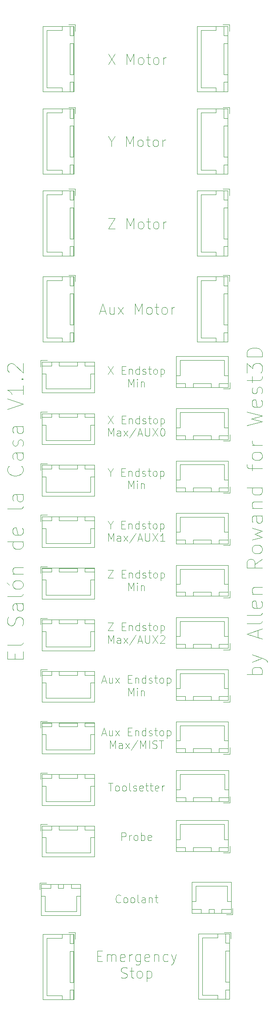
<source format=gbr>
%TF.GenerationSoftware,KiCad,Pcbnew,8.0.8*%
%TF.CreationDate,2025-02-25T14:17:27-08:00*%
%TF.ProjectId,Casa passthrough,43617361-2070-4617-9373-7468726f7567,rev?*%
%TF.SameCoordinates,Original*%
%TF.FileFunction,Legend,Top*%
%TF.FilePolarity,Positive*%
%FSLAX46Y46*%
G04 Gerber Fmt 4.6, Leading zero omitted, Abs format (unit mm)*
G04 Created by KiCad (PCBNEW 8.0.8) date 2025-02-25 14:17:27*
%MOMM*%
%LPD*%
G01*
G04 APERTURE LIST*
%ADD10C,0.100000*%
%ADD11C,0.120000*%
G04 APERTURE END LIST*
D10*
X644104999Y-291171312D02*
X645104999Y-292671312D01*
X645104999Y-291171312D02*
X644104999Y-292671312D01*
X646819284Y-291885598D02*
X647319284Y-291885598D01*
X647533570Y-292671312D02*
X646819284Y-292671312D01*
X646819284Y-292671312D02*
X646819284Y-291171312D01*
X646819284Y-291171312D02*
X647533570Y-291171312D01*
X648176427Y-291671312D02*
X648176427Y-292671312D01*
X648176427Y-291814169D02*
X648247856Y-291742741D01*
X648247856Y-291742741D02*
X648390713Y-291671312D01*
X648390713Y-291671312D02*
X648604999Y-291671312D01*
X648604999Y-291671312D02*
X648747856Y-291742741D01*
X648747856Y-291742741D02*
X648819285Y-291885598D01*
X648819285Y-291885598D02*
X648819285Y-292671312D01*
X650176428Y-292671312D02*
X650176428Y-291171312D01*
X650176428Y-292599884D02*
X650033570Y-292671312D01*
X650033570Y-292671312D02*
X649747856Y-292671312D01*
X649747856Y-292671312D02*
X649604999Y-292599884D01*
X649604999Y-292599884D02*
X649533570Y-292528455D01*
X649533570Y-292528455D02*
X649462142Y-292385598D01*
X649462142Y-292385598D02*
X649462142Y-291957026D01*
X649462142Y-291957026D02*
X649533570Y-291814169D01*
X649533570Y-291814169D02*
X649604999Y-291742741D01*
X649604999Y-291742741D02*
X649747856Y-291671312D01*
X649747856Y-291671312D02*
X650033570Y-291671312D01*
X650033570Y-291671312D02*
X650176428Y-291742741D01*
X650819285Y-292599884D02*
X650962142Y-292671312D01*
X650962142Y-292671312D02*
X651247856Y-292671312D01*
X651247856Y-292671312D02*
X651390713Y-292599884D01*
X651390713Y-292599884D02*
X651462142Y-292457026D01*
X651462142Y-292457026D02*
X651462142Y-292385598D01*
X651462142Y-292385598D02*
X651390713Y-292242741D01*
X651390713Y-292242741D02*
X651247856Y-292171312D01*
X651247856Y-292171312D02*
X651033571Y-292171312D01*
X651033571Y-292171312D02*
X650890713Y-292099884D01*
X650890713Y-292099884D02*
X650819285Y-291957026D01*
X650819285Y-291957026D02*
X650819285Y-291885598D01*
X650819285Y-291885598D02*
X650890713Y-291742741D01*
X650890713Y-291742741D02*
X651033571Y-291671312D01*
X651033571Y-291671312D02*
X651247856Y-291671312D01*
X651247856Y-291671312D02*
X651390713Y-291742741D01*
X651890714Y-291671312D02*
X652462142Y-291671312D01*
X652104999Y-291171312D02*
X652104999Y-292457026D01*
X652104999Y-292457026D02*
X652176428Y-292599884D01*
X652176428Y-292599884D02*
X652319285Y-292671312D01*
X652319285Y-292671312D02*
X652462142Y-292671312D01*
X653176428Y-292671312D02*
X653033571Y-292599884D01*
X653033571Y-292599884D02*
X652962142Y-292528455D01*
X652962142Y-292528455D02*
X652890714Y-292385598D01*
X652890714Y-292385598D02*
X652890714Y-291957026D01*
X652890714Y-291957026D02*
X652962142Y-291814169D01*
X652962142Y-291814169D02*
X653033571Y-291742741D01*
X653033571Y-291742741D02*
X653176428Y-291671312D01*
X653176428Y-291671312D02*
X653390714Y-291671312D01*
X653390714Y-291671312D02*
X653533571Y-291742741D01*
X653533571Y-291742741D02*
X653605000Y-291814169D01*
X653605000Y-291814169D02*
X653676428Y-291957026D01*
X653676428Y-291957026D02*
X653676428Y-292385598D01*
X653676428Y-292385598D02*
X653605000Y-292528455D01*
X653605000Y-292528455D02*
X653533571Y-292599884D01*
X653533571Y-292599884D02*
X653390714Y-292671312D01*
X653390714Y-292671312D02*
X653176428Y-292671312D01*
X654319285Y-291671312D02*
X654319285Y-293171312D01*
X654319285Y-291742741D02*
X654462143Y-291671312D01*
X654462143Y-291671312D02*
X654747857Y-291671312D01*
X654747857Y-291671312D02*
X654890714Y-291742741D01*
X654890714Y-291742741D02*
X654962143Y-291814169D01*
X654962143Y-291814169D02*
X655033571Y-291957026D01*
X655033571Y-291957026D02*
X655033571Y-292385598D01*
X655033571Y-292385598D02*
X654962143Y-292528455D01*
X654962143Y-292528455D02*
X654890714Y-292599884D01*
X654890714Y-292599884D02*
X654747857Y-292671312D01*
X654747857Y-292671312D02*
X654462143Y-292671312D01*
X654462143Y-292671312D02*
X654319285Y-292599884D01*
X648069285Y-295086228D02*
X648069285Y-293586228D01*
X648069285Y-293586228D02*
X648569285Y-294657657D01*
X648569285Y-294657657D02*
X649069285Y-293586228D01*
X649069285Y-293586228D02*
X649069285Y-295086228D01*
X649783571Y-295086228D02*
X649783571Y-294086228D01*
X649783571Y-293586228D02*
X649712143Y-293657657D01*
X649712143Y-293657657D02*
X649783571Y-293729085D01*
X649783571Y-293729085D02*
X649855000Y-293657657D01*
X649855000Y-293657657D02*
X649783571Y-293586228D01*
X649783571Y-293586228D02*
X649783571Y-293729085D01*
X650497857Y-294086228D02*
X650497857Y-295086228D01*
X650497857Y-294229085D02*
X650569286Y-294157657D01*
X650569286Y-294157657D02*
X650712143Y-294086228D01*
X650712143Y-294086228D02*
X650926429Y-294086228D01*
X650926429Y-294086228D02*
X651069286Y-294157657D01*
X651069286Y-294157657D02*
X651140715Y-294300514D01*
X651140715Y-294300514D02*
X651140715Y-295086228D01*
X644605000Y-321802026D02*
X644605000Y-322516312D01*
X644105000Y-321016312D02*
X644605000Y-321802026D01*
X644605000Y-321802026D02*
X645105000Y-321016312D01*
X646747856Y-321730598D02*
X647247856Y-321730598D01*
X647462142Y-322516312D02*
X646747856Y-322516312D01*
X646747856Y-322516312D02*
X646747856Y-321016312D01*
X646747856Y-321016312D02*
X647462142Y-321016312D01*
X648104999Y-321516312D02*
X648104999Y-322516312D01*
X648104999Y-321659169D02*
X648176428Y-321587741D01*
X648176428Y-321587741D02*
X648319285Y-321516312D01*
X648319285Y-321516312D02*
X648533571Y-321516312D01*
X648533571Y-321516312D02*
X648676428Y-321587741D01*
X648676428Y-321587741D02*
X648747857Y-321730598D01*
X648747857Y-321730598D02*
X648747857Y-322516312D01*
X650105000Y-322516312D02*
X650105000Y-321016312D01*
X650105000Y-322444884D02*
X649962142Y-322516312D01*
X649962142Y-322516312D02*
X649676428Y-322516312D01*
X649676428Y-322516312D02*
X649533571Y-322444884D01*
X649533571Y-322444884D02*
X649462142Y-322373455D01*
X649462142Y-322373455D02*
X649390714Y-322230598D01*
X649390714Y-322230598D02*
X649390714Y-321802026D01*
X649390714Y-321802026D02*
X649462142Y-321659169D01*
X649462142Y-321659169D02*
X649533571Y-321587741D01*
X649533571Y-321587741D02*
X649676428Y-321516312D01*
X649676428Y-321516312D02*
X649962142Y-321516312D01*
X649962142Y-321516312D02*
X650105000Y-321587741D01*
X650747857Y-322444884D02*
X650890714Y-322516312D01*
X650890714Y-322516312D02*
X651176428Y-322516312D01*
X651176428Y-322516312D02*
X651319285Y-322444884D01*
X651319285Y-322444884D02*
X651390714Y-322302026D01*
X651390714Y-322302026D02*
X651390714Y-322230598D01*
X651390714Y-322230598D02*
X651319285Y-322087741D01*
X651319285Y-322087741D02*
X651176428Y-322016312D01*
X651176428Y-322016312D02*
X650962143Y-322016312D01*
X650962143Y-322016312D02*
X650819285Y-321944884D01*
X650819285Y-321944884D02*
X650747857Y-321802026D01*
X650747857Y-321802026D02*
X650747857Y-321730598D01*
X650747857Y-321730598D02*
X650819285Y-321587741D01*
X650819285Y-321587741D02*
X650962143Y-321516312D01*
X650962143Y-321516312D02*
X651176428Y-321516312D01*
X651176428Y-321516312D02*
X651319285Y-321587741D01*
X651819286Y-321516312D02*
X652390714Y-321516312D01*
X652033571Y-321016312D02*
X652033571Y-322302026D01*
X652033571Y-322302026D02*
X652105000Y-322444884D01*
X652105000Y-322444884D02*
X652247857Y-322516312D01*
X652247857Y-322516312D02*
X652390714Y-322516312D01*
X653105000Y-322516312D02*
X652962143Y-322444884D01*
X652962143Y-322444884D02*
X652890714Y-322373455D01*
X652890714Y-322373455D02*
X652819286Y-322230598D01*
X652819286Y-322230598D02*
X652819286Y-321802026D01*
X652819286Y-321802026D02*
X652890714Y-321659169D01*
X652890714Y-321659169D02*
X652962143Y-321587741D01*
X652962143Y-321587741D02*
X653105000Y-321516312D01*
X653105000Y-321516312D02*
X653319286Y-321516312D01*
X653319286Y-321516312D02*
X653462143Y-321587741D01*
X653462143Y-321587741D02*
X653533572Y-321659169D01*
X653533572Y-321659169D02*
X653605000Y-321802026D01*
X653605000Y-321802026D02*
X653605000Y-322230598D01*
X653605000Y-322230598D02*
X653533572Y-322373455D01*
X653533572Y-322373455D02*
X653462143Y-322444884D01*
X653462143Y-322444884D02*
X653319286Y-322516312D01*
X653319286Y-322516312D02*
X653105000Y-322516312D01*
X654247857Y-321516312D02*
X654247857Y-323016312D01*
X654247857Y-321587741D02*
X654390715Y-321516312D01*
X654390715Y-321516312D02*
X654676429Y-321516312D01*
X654676429Y-321516312D02*
X654819286Y-321587741D01*
X654819286Y-321587741D02*
X654890715Y-321659169D01*
X654890715Y-321659169D02*
X654962143Y-321802026D01*
X654962143Y-321802026D02*
X654962143Y-322230598D01*
X654962143Y-322230598D02*
X654890715Y-322373455D01*
X654890715Y-322373455D02*
X654819286Y-322444884D01*
X654819286Y-322444884D02*
X654676429Y-322516312D01*
X654676429Y-322516312D02*
X654390715Y-322516312D01*
X654390715Y-322516312D02*
X654247857Y-322444884D01*
X644176428Y-324931228D02*
X644176428Y-323431228D01*
X644176428Y-323431228D02*
X644676428Y-324502657D01*
X644676428Y-324502657D02*
X645176428Y-323431228D01*
X645176428Y-323431228D02*
X645176428Y-324931228D01*
X646533572Y-324931228D02*
X646533572Y-324145514D01*
X646533572Y-324145514D02*
X646462143Y-324002657D01*
X646462143Y-324002657D02*
X646319286Y-323931228D01*
X646319286Y-323931228D02*
X646033572Y-323931228D01*
X646033572Y-323931228D02*
X645890714Y-324002657D01*
X646533572Y-324859800D02*
X646390714Y-324931228D01*
X646390714Y-324931228D02*
X646033572Y-324931228D01*
X646033572Y-324931228D02*
X645890714Y-324859800D01*
X645890714Y-324859800D02*
X645819286Y-324716942D01*
X645819286Y-324716942D02*
X645819286Y-324574085D01*
X645819286Y-324574085D02*
X645890714Y-324431228D01*
X645890714Y-324431228D02*
X646033572Y-324359800D01*
X646033572Y-324359800D02*
X646390714Y-324359800D01*
X646390714Y-324359800D02*
X646533572Y-324288371D01*
X647105000Y-324931228D02*
X647890715Y-323931228D01*
X647105000Y-323931228D02*
X647890715Y-324931228D01*
X649533572Y-323359800D02*
X648247858Y-325288371D01*
X649962144Y-324502657D02*
X650676430Y-324502657D01*
X649819287Y-324931228D02*
X650319287Y-323431228D01*
X650319287Y-323431228D02*
X650819287Y-324931228D01*
X651319286Y-323431228D02*
X651319286Y-324645514D01*
X651319286Y-324645514D02*
X651390715Y-324788371D01*
X651390715Y-324788371D02*
X651462144Y-324859800D01*
X651462144Y-324859800D02*
X651605001Y-324931228D01*
X651605001Y-324931228D02*
X651890715Y-324931228D01*
X651890715Y-324931228D02*
X652033572Y-324859800D01*
X652033572Y-324859800D02*
X652105001Y-324788371D01*
X652105001Y-324788371D02*
X652176429Y-324645514D01*
X652176429Y-324645514D02*
X652176429Y-323431228D01*
X652747858Y-323431228D02*
X653747858Y-324931228D01*
X653747858Y-323431228D02*
X652747858Y-324931228D01*
X655105001Y-324931228D02*
X654247858Y-324931228D01*
X654676429Y-324931228D02*
X654676429Y-323431228D01*
X654676429Y-323431228D02*
X654533572Y-323645514D01*
X654533572Y-323645514D02*
X654390715Y-323788371D01*
X654390715Y-323788371D02*
X654247858Y-323859800D01*
X644104999Y-330541312D02*
X645104999Y-330541312D01*
X645104999Y-330541312D02*
X644104999Y-332041312D01*
X644104999Y-332041312D02*
X645104999Y-332041312D01*
X646819284Y-331255598D02*
X647319284Y-331255598D01*
X647533570Y-332041312D02*
X646819284Y-332041312D01*
X646819284Y-332041312D02*
X646819284Y-330541312D01*
X646819284Y-330541312D02*
X647533570Y-330541312D01*
X648176427Y-331041312D02*
X648176427Y-332041312D01*
X648176427Y-331184169D02*
X648247856Y-331112741D01*
X648247856Y-331112741D02*
X648390713Y-331041312D01*
X648390713Y-331041312D02*
X648604999Y-331041312D01*
X648604999Y-331041312D02*
X648747856Y-331112741D01*
X648747856Y-331112741D02*
X648819285Y-331255598D01*
X648819285Y-331255598D02*
X648819285Y-332041312D01*
X650176428Y-332041312D02*
X650176428Y-330541312D01*
X650176428Y-331969884D02*
X650033570Y-332041312D01*
X650033570Y-332041312D02*
X649747856Y-332041312D01*
X649747856Y-332041312D02*
X649604999Y-331969884D01*
X649604999Y-331969884D02*
X649533570Y-331898455D01*
X649533570Y-331898455D02*
X649462142Y-331755598D01*
X649462142Y-331755598D02*
X649462142Y-331327026D01*
X649462142Y-331327026D02*
X649533570Y-331184169D01*
X649533570Y-331184169D02*
X649604999Y-331112741D01*
X649604999Y-331112741D02*
X649747856Y-331041312D01*
X649747856Y-331041312D02*
X650033570Y-331041312D01*
X650033570Y-331041312D02*
X650176428Y-331112741D01*
X650819285Y-331969884D02*
X650962142Y-332041312D01*
X650962142Y-332041312D02*
X651247856Y-332041312D01*
X651247856Y-332041312D02*
X651390713Y-331969884D01*
X651390713Y-331969884D02*
X651462142Y-331827026D01*
X651462142Y-331827026D02*
X651462142Y-331755598D01*
X651462142Y-331755598D02*
X651390713Y-331612741D01*
X651390713Y-331612741D02*
X651247856Y-331541312D01*
X651247856Y-331541312D02*
X651033571Y-331541312D01*
X651033571Y-331541312D02*
X650890713Y-331469884D01*
X650890713Y-331469884D02*
X650819285Y-331327026D01*
X650819285Y-331327026D02*
X650819285Y-331255598D01*
X650819285Y-331255598D02*
X650890713Y-331112741D01*
X650890713Y-331112741D02*
X651033571Y-331041312D01*
X651033571Y-331041312D02*
X651247856Y-331041312D01*
X651247856Y-331041312D02*
X651390713Y-331112741D01*
X651890714Y-331041312D02*
X652462142Y-331041312D01*
X652104999Y-330541312D02*
X652104999Y-331827026D01*
X652104999Y-331827026D02*
X652176428Y-331969884D01*
X652176428Y-331969884D02*
X652319285Y-332041312D01*
X652319285Y-332041312D02*
X652462142Y-332041312D01*
X653176428Y-332041312D02*
X653033571Y-331969884D01*
X653033571Y-331969884D02*
X652962142Y-331898455D01*
X652962142Y-331898455D02*
X652890714Y-331755598D01*
X652890714Y-331755598D02*
X652890714Y-331327026D01*
X652890714Y-331327026D02*
X652962142Y-331184169D01*
X652962142Y-331184169D02*
X653033571Y-331112741D01*
X653033571Y-331112741D02*
X653176428Y-331041312D01*
X653176428Y-331041312D02*
X653390714Y-331041312D01*
X653390714Y-331041312D02*
X653533571Y-331112741D01*
X653533571Y-331112741D02*
X653605000Y-331184169D01*
X653605000Y-331184169D02*
X653676428Y-331327026D01*
X653676428Y-331327026D02*
X653676428Y-331755598D01*
X653676428Y-331755598D02*
X653605000Y-331898455D01*
X653605000Y-331898455D02*
X653533571Y-331969884D01*
X653533571Y-331969884D02*
X653390714Y-332041312D01*
X653390714Y-332041312D02*
X653176428Y-332041312D01*
X654319285Y-331041312D02*
X654319285Y-332541312D01*
X654319285Y-331112741D02*
X654462143Y-331041312D01*
X654462143Y-331041312D02*
X654747857Y-331041312D01*
X654747857Y-331041312D02*
X654890714Y-331112741D01*
X654890714Y-331112741D02*
X654962143Y-331184169D01*
X654962143Y-331184169D02*
X655033571Y-331327026D01*
X655033571Y-331327026D02*
X655033571Y-331755598D01*
X655033571Y-331755598D02*
X654962143Y-331898455D01*
X654962143Y-331898455D02*
X654890714Y-331969884D01*
X654890714Y-331969884D02*
X654747857Y-332041312D01*
X654747857Y-332041312D02*
X654462143Y-332041312D01*
X654462143Y-332041312D02*
X654319285Y-331969884D01*
X648069285Y-334456228D02*
X648069285Y-332956228D01*
X648069285Y-332956228D02*
X648569285Y-334027657D01*
X648569285Y-334027657D02*
X649069285Y-332956228D01*
X649069285Y-332956228D02*
X649069285Y-334456228D01*
X649783571Y-334456228D02*
X649783571Y-333456228D01*
X649783571Y-332956228D02*
X649712143Y-333027657D01*
X649712143Y-333027657D02*
X649783571Y-333099085D01*
X649783571Y-333099085D02*
X649855000Y-333027657D01*
X649855000Y-333027657D02*
X649783571Y-332956228D01*
X649783571Y-332956228D02*
X649783571Y-333099085D01*
X650497857Y-333456228D02*
X650497857Y-334456228D01*
X650497857Y-333599085D02*
X650569286Y-333527657D01*
X650569286Y-333527657D02*
X650712143Y-333456228D01*
X650712143Y-333456228D02*
X650926429Y-333456228D01*
X650926429Y-333456228D02*
X651069286Y-333527657D01*
X651069286Y-333527657D02*
X651140715Y-333670514D01*
X651140715Y-333670514D02*
X651140715Y-334456228D01*
X642962142Y-362092741D02*
X643676428Y-362092741D01*
X642819285Y-362521312D02*
X643319285Y-361021312D01*
X643319285Y-361021312D02*
X643819285Y-362521312D01*
X644962142Y-361521312D02*
X644962142Y-362521312D01*
X644319284Y-361521312D02*
X644319284Y-362307026D01*
X644319284Y-362307026D02*
X644390713Y-362449884D01*
X644390713Y-362449884D02*
X644533570Y-362521312D01*
X644533570Y-362521312D02*
X644747856Y-362521312D01*
X644747856Y-362521312D02*
X644890713Y-362449884D01*
X644890713Y-362449884D02*
X644962142Y-362378455D01*
X645533570Y-362521312D02*
X646319285Y-361521312D01*
X645533570Y-361521312D02*
X646319285Y-362521312D01*
X648033570Y-361735598D02*
X648533570Y-361735598D01*
X648747856Y-362521312D02*
X648033570Y-362521312D01*
X648033570Y-362521312D02*
X648033570Y-361021312D01*
X648033570Y-361021312D02*
X648747856Y-361021312D01*
X649390713Y-361521312D02*
X649390713Y-362521312D01*
X649390713Y-361664169D02*
X649462142Y-361592741D01*
X649462142Y-361592741D02*
X649604999Y-361521312D01*
X649604999Y-361521312D02*
X649819285Y-361521312D01*
X649819285Y-361521312D02*
X649962142Y-361592741D01*
X649962142Y-361592741D02*
X650033571Y-361735598D01*
X650033571Y-361735598D02*
X650033571Y-362521312D01*
X651390714Y-362521312D02*
X651390714Y-361021312D01*
X651390714Y-362449884D02*
X651247856Y-362521312D01*
X651247856Y-362521312D02*
X650962142Y-362521312D01*
X650962142Y-362521312D02*
X650819285Y-362449884D01*
X650819285Y-362449884D02*
X650747856Y-362378455D01*
X650747856Y-362378455D02*
X650676428Y-362235598D01*
X650676428Y-362235598D02*
X650676428Y-361807026D01*
X650676428Y-361807026D02*
X650747856Y-361664169D01*
X650747856Y-361664169D02*
X650819285Y-361592741D01*
X650819285Y-361592741D02*
X650962142Y-361521312D01*
X650962142Y-361521312D02*
X651247856Y-361521312D01*
X651247856Y-361521312D02*
X651390714Y-361592741D01*
X652033571Y-362449884D02*
X652176428Y-362521312D01*
X652176428Y-362521312D02*
X652462142Y-362521312D01*
X652462142Y-362521312D02*
X652604999Y-362449884D01*
X652604999Y-362449884D02*
X652676428Y-362307026D01*
X652676428Y-362307026D02*
X652676428Y-362235598D01*
X652676428Y-362235598D02*
X652604999Y-362092741D01*
X652604999Y-362092741D02*
X652462142Y-362021312D01*
X652462142Y-362021312D02*
X652247857Y-362021312D01*
X652247857Y-362021312D02*
X652104999Y-361949884D01*
X652104999Y-361949884D02*
X652033571Y-361807026D01*
X652033571Y-361807026D02*
X652033571Y-361735598D01*
X652033571Y-361735598D02*
X652104999Y-361592741D01*
X652104999Y-361592741D02*
X652247857Y-361521312D01*
X652247857Y-361521312D02*
X652462142Y-361521312D01*
X652462142Y-361521312D02*
X652604999Y-361592741D01*
X653105000Y-361521312D02*
X653676428Y-361521312D01*
X653319285Y-361021312D02*
X653319285Y-362307026D01*
X653319285Y-362307026D02*
X653390714Y-362449884D01*
X653390714Y-362449884D02*
X653533571Y-362521312D01*
X653533571Y-362521312D02*
X653676428Y-362521312D01*
X654390714Y-362521312D02*
X654247857Y-362449884D01*
X654247857Y-362449884D02*
X654176428Y-362378455D01*
X654176428Y-362378455D02*
X654105000Y-362235598D01*
X654105000Y-362235598D02*
X654105000Y-361807026D01*
X654105000Y-361807026D02*
X654176428Y-361664169D01*
X654176428Y-361664169D02*
X654247857Y-361592741D01*
X654247857Y-361592741D02*
X654390714Y-361521312D01*
X654390714Y-361521312D02*
X654605000Y-361521312D01*
X654605000Y-361521312D02*
X654747857Y-361592741D01*
X654747857Y-361592741D02*
X654819286Y-361664169D01*
X654819286Y-361664169D02*
X654890714Y-361807026D01*
X654890714Y-361807026D02*
X654890714Y-362235598D01*
X654890714Y-362235598D02*
X654819286Y-362378455D01*
X654819286Y-362378455D02*
X654747857Y-362449884D01*
X654747857Y-362449884D02*
X654605000Y-362521312D01*
X654605000Y-362521312D02*
X654390714Y-362521312D01*
X655533571Y-361521312D02*
X655533571Y-363021312D01*
X655533571Y-361592741D02*
X655676429Y-361521312D01*
X655676429Y-361521312D02*
X655962143Y-361521312D01*
X655962143Y-361521312D02*
X656105000Y-361592741D01*
X656105000Y-361592741D02*
X656176429Y-361664169D01*
X656176429Y-361664169D02*
X656247857Y-361807026D01*
X656247857Y-361807026D02*
X656247857Y-362235598D01*
X656247857Y-362235598D02*
X656176429Y-362378455D01*
X656176429Y-362378455D02*
X656105000Y-362449884D01*
X656105000Y-362449884D02*
X655962143Y-362521312D01*
X655962143Y-362521312D02*
X655676429Y-362521312D01*
X655676429Y-362521312D02*
X655533571Y-362449884D01*
X644533570Y-364936228D02*
X644533570Y-363436228D01*
X644533570Y-363436228D02*
X645033570Y-364507657D01*
X645033570Y-364507657D02*
X645533570Y-363436228D01*
X645533570Y-363436228D02*
X645533570Y-364936228D01*
X646890714Y-364936228D02*
X646890714Y-364150514D01*
X646890714Y-364150514D02*
X646819285Y-364007657D01*
X646819285Y-364007657D02*
X646676428Y-363936228D01*
X646676428Y-363936228D02*
X646390714Y-363936228D01*
X646390714Y-363936228D02*
X646247856Y-364007657D01*
X646890714Y-364864800D02*
X646747856Y-364936228D01*
X646747856Y-364936228D02*
X646390714Y-364936228D01*
X646390714Y-364936228D02*
X646247856Y-364864800D01*
X646247856Y-364864800D02*
X646176428Y-364721942D01*
X646176428Y-364721942D02*
X646176428Y-364579085D01*
X646176428Y-364579085D02*
X646247856Y-364436228D01*
X646247856Y-364436228D02*
X646390714Y-364364800D01*
X646390714Y-364364800D02*
X646747856Y-364364800D01*
X646747856Y-364364800D02*
X646890714Y-364293371D01*
X647462142Y-364936228D02*
X648247857Y-363936228D01*
X647462142Y-363936228D02*
X648247857Y-364936228D01*
X649890714Y-363364800D02*
X648605000Y-365293371D01*
X650390714Y-364936228D02*
X650390714Y-363436228D01*
X650390714Y-363436228D02*
X650890714Y-364507657D01*
X650890714Y-364507657D02*
X651390714Y-363436228D01*
X651390714Y-363436228D02*
X651390714Y-364936228D01*
X652105000Y-364936228D02*
X652105000Y-363436228D01*
X652747858Y-364864800D02*
X652962144Y-364936228D01*
X652962144Y-364936228D02*
X653319286Y-364936228D01*
X653319286Y-364936228D02*
X653462144Y-364864800D01*
X653462144Y-364864800D02*
X653533572Y-364793371D01*
X653533572Y-364793371D02*
X653605001Y-364650514D01*
X653605001Y-364650514D02*
X653605001Y-364507657D01*
X653605001Y-364507657D02*
X653533572Y-364364800D01*
X653533572Y-364364800D02*
X653462144Y-364293371D01*
X653462144Y-364293371D02*
X653319286Y-364221942D01*
X653319286Y-364221942D02*
X653033572Y-364150514D01*
X653033572Y-364150514D02*
X652890715Y-364079085D01*
X652890715Y-364079085D02*
X652819286Y-364007657D01*
X652819286Y-364007657D02*
X652747858Y-363864800D01*
X652747858Y-363864800D02*
X652747858Y-363721942D01*
X652747858Y-363721942D02*
X652819286Y-363579085D01*
X652819286Y-363579085D02*
X652890715Y-363507657D01*
X652890715Y-363507657D02*
X653033572Y-363436228D01*
X653033572Y-363436228D02*
X653390715Y-363436228D01*
X653390715Y-363436228D02*
X653605001Y-363507657D01*
X654033572Y-363436228D02*
X654890715Y-363436228D01*
X654462143Y-364936228D02*
X654462143Y-363436228D01*
X642081189Y-405057531D02*
X642747856Y-405057531D01*
X643033570Y-406105150D02*
X642081189Y-406105150D01*
X642081189Y-406105150D02*
X642081189Y-404105150D01*
X642081189Y-404105150D02*
X643033570Y-404105150D01*
X643890713Y-406105150D02*
X643890713Y-404771816D01*
X643890713Y-404962292D02*
X643985951Y-404867054D01*
X643985951Y-404867054D02*
X644176427Y-404771816D01*
X644176427Y-404771816D02*
X644462142Y-404771816D01*
X644462142Y-404771816D02*
X644652618Y-404867054D01*
X644652618Y-404867054D02*
X644747856Y-405057531D01*
X644747856Y-405057531D02*
X644747856Y-406105150D01*
X644747856Y-405057531D02*
X644843094Y-404867054D01*
X644843094Y-404867054D02*
X645033570Y-404771816D01*
X645033570Y-404771816D02*
X645319284Y-404771816D01*
X645319284Y-404771816D02*
X645509761Y-404867054D01*
X645509761Y-404867054D02*
X645604999Y-405057531D01*
X645604999Y-405057531D02*
X645604999Y-406105150D01*
X647319285Y-406009912D02*
X647128809Y-406105150D01*
X647128809Y-406105150D02*
X646747856Y-406105150D01*
X646747856Y-406105150D02*
X646557380Y-406009912D01*
X646557380Y-406009912D02*
X646462142Y-405819435D01*
X646462142Y-405819435D02*
X646462142Y-405057531D01*
X646462142Y-405057531D02*
X646557380Y-404867054D01*
X646557380Y-404867054D02*
X646747856Y-404771816D01*
X646747856Y-404771816D02*
X647128809Y-404771816D01*
X647128809Y-404771816D02*
X647319285Y-404867054D01*
X647319285Y-404867054D02*
X647414523Y-405057531D01*
X647414523Y-405057531D02*
X647414523Y-405248007D01*
X647414523Y-405248007D02*
X646462142Y-405438483D01*
X648271666Y-406105150D02*
X648271666Y-404771816D01*
X648271666Y-405152769D02*
X648366904Y-404962292D01*
X648366904Y-404962292D02*
X648462142Y-404867054D01*
X648462142Y-404867054D02*
X648652618Y-404771816D01*
X648652618Y-404771816D02*
X648843095Y-404771816D01*
X650366904Y-404771816D02*
X650366904Y-406390864D01*
X650366904Y-406390864D02*
X650271666Y-406581340D01*
X650271666Y-406581340D02*
X650176428Y-406676578D01*
X650176428Y-406676578D02*
X649985951Y-406771816D01*
X649985951Y-406771816D02*
X649700237Y-406771816D01*
X649700237Y-406771816D02*
X649509761Y-406676578D01*
X650366904Y-406009912D02*
X650176428Y-406105150D01*
X650176428Y-406105150D02*
X649795475Y-406105150D01*
X649795475Y-406105150D02*
X649604999Y-406009912D01*
X649604999Y-406009912D02*
X649509761Y-405914673D01*
X649509761Y-405914673D02*
X649414523Y-405724197D01*
X649414523Y-405724197D02*
X649414523Y-405152769D01*
X649414523Y-405152769D02*
X649509761Y-404962292D01*
X649509761Y-404962292D02*
X649604999Y-404867054D01*
X649604999Y-404867054D02*
X649795475Y-404771816D01*
X649795475Y-404771816D02*
X650176428Y-404771816D01*
X650176428Y-404771816D02*
X650366904Y-404867054D01*
X652081190Y-406009912D02*
X651890714Y-406105150D01*
X651890714Y-406105150D02*
X651509761Y-406105150D01*
X651509761Y-406105150D02*
X651319285Y-406009912D01*
X651319285Y-406009912D02*
X651224047Y-405819435D01*
X651224047Y-405819435D02*
X651224047Y-405057531D01*
X651224047Y-405057531D02*
X651319285Y-404867054D01*
X651319285Y-404867054D02*
X651509761Y-404771816D01*
X651509761Y-404771816D02*
X651890714Y-404771816D01*
X651890714Y-404771816D02*
X652081190Y-404867054D01*
X652081190Y-404867054D02*
X652176428Y-405057531D01*
X652176428Y-405057531D02*
X652176428Y-405248007D01*
X652176428Y-405248007D02*
X651224047Y-405438483D01*
X653033571Y-404771816D02*
X653033571Y-406105150D01*
X653033571Y-404962292D02*
X653128809Y-404867054D01*
X653128809Y-404867054D02*
X653319285Y-404771816D01*
X653319285Y-404771816D02*
X653605000Y-404771816D01*
X653605000Y-404771816D02*
X653795476Y-404867054D01*
X653795476Y-404867054D02*
X653890714Y-405057531D01*
X653890714Y-405057531D02*
X653890714Y-406105150D01*
X655700238Y-406009912D02*
X655509762Y-406105150D01*
X655509762Y-406105150D02*
X655128809Y-406105150D01*
X655128809Y-406105150D02*
X654938333Y-406009912D01*
X654938333Y-406009912D02*
X654843095Y-405914673D01*
X654843095Y-405914673D02*
X654747857Y-405724197D01*
X654747857Y-405724197D02*
X654747857Y-405152769D01*
X654747857Y-405152769D02*
X654843095Y-404962292D01*
X654843095Y-404962292D02*
X654938333Y-404867054D01*
X654938333Y-404867054D02*
X655128809Y-404771816D01*
X655128809Y-404771816D02*
X655509762Y-404771816D01*
X655509762Y-404771816D02*
X655700238Y-404867054D01*
X656366905Y-404771816D02*
X656843095Y-406105150D01*
X657319286Y-404771816D02*
X656843095Y-406105150D01*
X656843095Y-406105150D02*
X656652619Y-406581340D01*
X656652619Y-406581340D02*
X656557381Y-406676578D01*
X656557381Y-406676578D02*
X656366905Y-406771816D01*
X646652619Y-409229800D02*
X646938333Y-409325038D01*
X646938333Y-409325038D02*
X647414524Y-409325038D01*
X647414524Y-409325038D02*
X647605000Y-409229800D01*
X647605000Y-409229800D02*
X647700238Y-409134561D01*
X647700238Y-409134561D02*
X647795476Y-408944085D01*
X647795476Y-408944085D02*
X647795476Y-408753609D01*
X647795476Y-408753609D02*
X647700238Y-408563133D01*
X647700238Y-408563133D02*
X647605000Y-408467895D01*
X647605000Y-408467895D02*
X647414524Y-408372657D01*
X647414524Y-408372657D02*
X647033571Y-408277419D01*
X647033571Y-408277419D02*
X646843095Y-408182180D01*
X646843095Y-408182180D02*
X646747857Y-408086942D01*
X646747857Y-408086942D02*
X646652619Y-407896466D01*
X646652619Y-407896466D02*
X646652619Y-407705990D01*
X646652619Y-407705990D02*
X646747857Y-407515514D01*
X646747857Y-407515514D02*
X646843095Y-407420276D01*
X646843095Y-407420276D02*
X647033571Y-407325038D01*
X647033571Y-407325038D02*
X647509762Y-407325038D01*
X647509762Y-407325038D02*
X647795476Y-407420276D01*
X648366905Y-407991704D02*
X649128809Y-407991704D01*
X648652619Y-407325038D02*
X648652619Y-409039323D01*
X648652619Y-409039323D02*
X648747857Y-409229800D01*
X648747857Y-409229800D02*
X648938333Y-409325038D01*
X648938333Y-409325038D02*
X649128809Y-409325038D01*
X650081190Y-409325038D02*
X649890714Y-409229800D01*
X649890714Y-409229800D02*
X649795476Y-409134561D01*
X649795476Y-409134561D02*
X649700238Y-408944085D01*
X649700238Y-408944085D02*
X649700238Y-408372657D01*
X649700238Y-408372657D02*
X649795476Y-408182180D01*
X649795476Y-408182180D02*
X649890714Y-408086942D01*
X649890714Y-408086942D02*
X650081190Y-407991704D01*
X650081190Y-407991704D02*
X650366905Y-407991704D01*
X650366905Y-407991704D02*
X650557381Y-408086942D01*
X650557381Y-408086942D02*
X650652619Y-408182180D01*
X650652619Y-408182180D02*
X650747857Y-408372657D01*
X650747857Y-408372657D02*
X650747857Y-408944085D01*
X650747857Y-408944085D02*
X650652619Y-409134561D01*
X650652619Y-409134561D02*
X650557381Y-409229800D01*
X650557381Y-409229800D02*
X650366905Y-409325038D01*
X650366905Y-409325038D02*
X650081190Y-409325038D01*
X651605000Y-407991704D02*
X651605000Y-409991704D01*
X651605000Y-408086942D02*
X651795476Y-407991704D01*
X651795476Y-407991704D02*
X652176429Y-407991704D01*
X652176429Y-407991704D02*
X652366905Y-408086942D01*
X652366905Y-408086942D02*
X652462143Y-408182180D01*
X652462143Y-408182180D02*
X652557381Y-408372657D01*
X652557381Y-408372657D02*
X652557381Y-408944085D01*
X652557381Y-408944085D02*
X652462143Y-409134561D01*
X652462143Y-409134561D02*
X652366905Y-409229800D01*
X652366905Y-409229800D02*
X652176429Y-409325038D01*
X652176429Y-409325038D02*
X651795476Y-409325038D01*
X651795476Y-409325038D02*
X651605000Y-409229800D01*
X644816026Y-247717657D02*
X644816026Y-248670038D01*
X644149360Y-246670038D02*
X644816026Y-247717657D01*
X644816026Y-247717657D02*
X645482693Y-246670038D01*
X647673170Y-248670038D02*
X647673170Y-246670038D01*
X647673170Y-246670038D02*
X648339837Y-248098609D01*
X648339837Y-248098609D02*
X649006503Y-246670038D01*
X649006503Y-246670038D02*
X649006503Y-248670038D01*
X650244598Y-248670038D02*
X650054122Y-248574800D01*
X650054122Y-248574800D02*
X649958884Y-248479561D01*
X649958884Y-248479561D02*
X649863646Y-248289085D01*
X649863646Y-248289085D02*
X649863646Y-247717657D01*
X649863646Y-247717657D02*
X649958884Y-247527180D01*
X649958884Y-247527180D02*
X650054122Y-247431942D01*
X650054122Y-247431942D02*
X650244598Y-247336704D01*
X650244598Y-247336704D02*
X650530313Y-247336704D01*
X650530313Y-247336704D02*
X650720789Y-247431942D01*
X650720789Y-247431942D02*
X650816027Y-247527180D01*
X650816027Y-247527180D02*
X650911265Y-247717657D01*
X650911265Y-247717657D02*
X650911265Y-248289085D01*
X650911265Y-248289085D02*
X650816027Y-248479561D01*
X650816027Y-248479561D02*
X650720789Y-248574800D01*
X650720789Y-248574800D02*
X650530313Y-248670038D01*
X650530313Y-248670038D02*
X650244598Y-248670038D01*
X651482694Y-247336704D02*
X652244598Y-247336704D01*
X651768408Y-246670038D02*
X651768408Y-248384323D01*
X651768408Y-248384323D02*
X651863646Y-248574800D01*
X651863646Y-248574800D02*
X652054122Y-248670038D01*
X652054122Y-248670038D02*
X652244598Y-248670038D01*
X653196979Y-248670038D02*
X653006503Y-248574800D01*
X653006503Y-248574800D02*
X652911265Y-248479561D01*
X652911265Y-248479561D02*
X652816027Y-248289085D01*
X652816027Y-248289085D02*
X652816027Y-247717657D01*
X652816027Y-247717657D02*
X652911265Y-247527180D01*
X652911265Y-247527180D02*
X653006503Y-247431942D01*
X653006503Y-247431942D02*
X653196979Y-247336704D01*
X653196979Y-247336704D02*
X653482694Y-247336704D01*
X653482694Y-247336704D02*
X653673170Y-247431942D01*
X653673170Y-247431942D02*
X653768408Y-247527180D01*
X653768408Y-247527180D02*
X653863646Y-247717657D01*
X653863646Y-247717657D02*
X653863646Y-248289085D01*
X653863646Y-248289085D02*
X653768408Y-248479561D01*
X653768408Y-248479561D02*
X653673170Y-248574800D01*
X653673170Y-248574800D02*
X653482694Y-248670038D01*
X653482694Y-248670038D02*
X653196979Y-248670038D01*
X654720789Y-248670038D02*
X654720789Y-247336704D01*
X654720789Y-247717657D02*
X654816027Y-247527180D01*
X654816027Y-247527180D02*
X654911265Y-247431942D01*
X654911265Y-247431942D02*
X655101741Y-247336704D01*
X655101741Y-247336704D02*
X655292218Y-247336704D01*
X644605000Y-311642026D02*
X644605000Y-312356312D01*
X644105000Y-310856312D02*
X644605000Y-311642026D01*
X644605000Y-311642026D02*
X645105000Y-310856312D01*
X646747856Y-311570598D02*
X647247856Y-311570598D01*
X647462142Y-312356312D02*
X646747856Y-312356312D01*
X646747856Y-312356312D02*
X646747856Y-310856312D01*
X646747856Y-310856312D02*
X647462142Y-310856312D01*
X648104999Y-311356312D02*
X648104999Y-312356312D01*
X648104999Y-311499169D02*
X648176428Y-311427741D01*
X648176428Y-311427741D02*
X648319285Y-311356312D01*
X648319285Y-311356312D02*
X648533571Y-311356312D01*
X648533571Y-311356312D02*
X648676428Y-311427741D01*
X648676428Y-311427741D02*
X648747857Y-311570598D01*
X648747857Y-311570598D02*
X648747857Y-312356312D01*
X650105000Y-312356312D02*
X650105000Y-310856312D01*
X650105000Y-312284884D02*
X649962142Y-312356312D01*
X649962142Y-312356312D02*
X649676428Y-312356312D01*
X649676428Y-312356312D02*
X649533571Y-312284884D01*
X649533571Y-312284884D02*
X649462142Y-312213455D01*
X649462142Y-312213455D02*
X649390714Y-312070598D01*
X649390714Y-312070598D02*
X649390714Y-311642026D01*
X649390714Y-311642026D02*
X649462142Y-311499169D01*
X649462142Y-311499169D02*
X649533571Y-311427741D01*
X649533571Y-311427741D02*
X649676428Y-311356312D01*
X649676428Y-311356312D02*
X649962142Y-311356312D01*
X649962142Y-311356312D02*
X650105000Y-311427741D01*
X650747857Y-312284884D02*
X650890714Y-312356312D01*
X650890714Y-312356312D02*
X651176428Y-312356312D01*
X651176428Y-312356312D02*
X651319285Y-312284884D01*
X651319285Y-312284884D02*
X651390714Y-312142026D01*
X651390714Y-312142026D02*
X651390714Y-312070598D01*
X651390714Y-312070598D02*
X651319285Y-311927741D01*
X651319285Y-311927741D02*
X651176428Y-311856312D01*
X651176428Y-311856312D02*
X650962143Y-311856312D01*
X650962143Y-311856312D02*
X650819285Y-311784884D01*
X650819285Y-311784884D02*
X650747857Y-311642026D01*
X650747857Y-311642026D02*
X650747857Y-311570598D01*
X650747857Y-311570598D02*
X650819285Y-311427741D01*
X650819285Y-311427741D02*
X650962143Y-311356312D01*
X650962143Y-311356312D02*
X651176428Y-311356312D01*
X651176428Y-311356312D02*
X651319285Y-311427741D01*
X651819286Y-311356312D02*
X652390714Y-311356312D01*
X652033571Y-310856312D02*
X652033571Y-312142026D01*
X652033571Y-312142026D02*
X652105000Y-312284884D01*
X652105000Y-312284884D02*
X652247857Y-312356312D01*
X652247857Y-312356312D02*
X652390714Y-312356312D01*
X653105000Y-312356312D02*
X652962143Y-312284884D01*
X652962143Y-312284884D02*
X652890714Y-312213455D01*
X652890714Y-312213455D02*
X652819286Y-312070598D01*
X652819286Y-312070598D02*
X652819286Y-311642026D01*
X652819286Y-311642026D02*
X652890714Y-311499169D01*
X652890714Y-311499169D02*
X652962143Y-311427741D01*
X652962143Y-311427741D02*
X653105000Y-311356312D01*
X653105000Y-311356312D02*
X653319286Y-311356312D01*
X653319286Y-311356312D02*
X653462143Y-311427741D01*
X653462143Y-311427741D02*
X653533572Y-311499169D01*
X653533572Y-311499169D02*
X653605000Y-311642026D01*
X653605000Y-311642026D02*
X653605000Y-312070598D01*
X653605000Y-312070598D02*
X653533572Y-312213455D01*
X653533572Y-312213455D02*
X653462143Y-312284884D01*
X653462143Y-312284884D02*
X653319286Y-312356312D01*
X653319286Y-312356312D02*
X653105000Y-312356312D01*
X654247857Y-311356312D02*
X654247857Y-312856312D01*
X654247857Y-311427741D02*
X654390715Y-311356312D01*
X654390715Y-311356312D02*
X654676429Y-311356312D01*
X654676429Y-311356312D02*
X654819286Y-311427741D01*
X654819286Y-311427741D02*
X654890715Y-311499169D01*
X654890715Y-311499169D02*
X654962143Y-311642026D01*
X654962143Y-311642026D02*
X654962143Y-312070598D01*
X654962143Y-312070598D02*
X654890715Y-312213455D01*
X654890715Y-312213455D02*
X654819286Y-312284884D01*
X654819286Y-312284884D02*
X654676429Y-312356312D01*
X654676429Y-312356312D02*
X654390715Y-312356312D01*
X654390715Y-312356312D02*
X654247857Y-312284884D01*
X648069285Y-314771228D02*
X648069285Y-313271228D01*
X648069285Y-313271228D02*
X648569285Y-314342657D01*
X648569285Y-314342657D02*
X649069285Y-313271228D01*
X649069285Y-313271228D02*
X649069285Y-314771228D01*
X649783571Y-314771228D02*
X649783571Y-313771228D01*
X649783571Y-313271228D02*
X649712143Y-313342657D01*
X649712143Y-313342657D02*
X649783571Y-313414085D01*
X649783571Y-313414085D02*
X649855000Y-313342657D01*
X649855000Y-313342657D02*
X649783571Y-313271228D01*
X649783571Y-313271228D02*
X649783571Y-313414085D01*
X650497857Y-313771228D02*
X650497857Y-314771228D01*
X650497857Y-313914085D02*
X650569286Y-313842657D01*
X650569286Y-313842657D02*
X650712143Y-313771228D01*
X650712143Y-313771228D02*
X650926429Y-313771228D01*
X650926429Y-313771228D02*
X651069286Y-313842657D01*
X651069286Y-313842657D02*
X651140715Y-313985514D01*
X651140715Y-313985514D02*
X651140715Y-314771228D01*
X644212143Y-371691228D02*
X645069286Y-371691228D01*
X644640714Y-373191228D02*
X644640714Y-371691228D01*
X645783571Y-373191228D02*
X645640714Y-373119800D01*
X645640714Y-373119800D02*
X645569285Y-373048371D01*
X645569285Y-373048371D02*
X645497857Y-372905514D01*
X645497857Y-372905514D02*
X645497857Y-372476942D01*
X645497857Y-372476942D02*
X645569285Y-372334085D01*
X645569285Y-372334085D02*
X645640714Y-372262657D01*
X645640714Y-372262657D02*
X645783571Y-372191228D01*
X645783571Y-372191228D02*
X645997857Y-372191228D01*
X645997857Y-372191228D02*
X646140714Y-372262657D01*
X646140714Y-372262657D02*
X646212143Y-372334085D01*
X646212143Y-372334085D02*
X646283571Y-372476942D01*
X646283571Y-372476942D02*
X646283571Y-372905514D01*
X646283571Y-372905514D02*
X646212143Y-373048371D01*
X646212143Y-373048371D02*
X646140714Y-373119800D01*
X646140714Y-373119800D02*
X645997857Y-373191228D01*
X645997857Y-373191228D02*
X645783571Y-373191228D01*
X647140714Y-373191228D02*
X646997857Y-373119800D01*
X646997857Y-373119800D02*
X646926428Y-373048371D01*
X646926428Y-373048371D02*
X646855000Y-372905514D01*
X646855000Y-372905514D02*
X646855000Y-372476942D01*
X646855000Y-372476942D02*
X646926428Y-372334085D01*
X646926428Y-372334085D02*
X646997857Y-372262657D01*
X646997857Y-372262657D02*
X647140714Y-372191228D01*
X647140714Y-372191228D02*
X647355000Y-372191228D01*
X647355000Y-372191228D02*
X647497857Y-372262657D01*
X647497857Y-372262657D02*
X647569286Y-372334085D01*
X647569286Y-372334085D02*
X647640714Y-372476942D01*
X647640714Y-372476942D02*
X647640714Y-372905514D01*
X647640714Y-372905514D02*
X647569286Y-373048371D01*
X647569286Y-373048371D02*
X647497857Y-373119800D01*
X647497857Y-373119800D02*
X647355000Y-373191228D01*
X647355000Y-373191228D02*
X647140714Y-373191228D01*
X648497857Y-373191228D02*
X648355000Y-373119800D01*
X648355000Y-373119800D02*
X648283571Y-372976942D01*
X648283571Y-372976942D02*
X648283571Y-371691228D01*
X648997857Y-373119800D02*
X649140714Y-373191228D01*
X649140714Y-373191228D02*
X649426428Y-373191228D01*
X649426428Y-373191228D02*
X649569285Y-373119800D01*
X649569285Y-373119800D02*
X649640714Y-372976942D01*
X649640714Y-372976942D02*
X649640714Y-372905514D01*
X649640714Y-372905514D02*
X649569285Y-372762657D01*
X649569285Y-372762657D02*
X649426428Y-372691228D01*
X649426428Y-372691228D02*
X649212143Y-372691228D01*
X649212143Y-372691228D02*
X649069285Y-372619800D01*
X649069285Y-372619800D02*
X648997857Y-372476942D01*
X648997857Y-372476942D02*
X648997857Y-372405514D01*
X648997857Y-372405514D02*
X649069285Y-372262657D01*
X649069285Y-372262657D02*
X649212143Y-372191228D01*
X649212143Y-372191228D02*
X649426428Y-372191228D01*
X649426428Y-372191228D02*
X649569285Y-372262657D01*
X650855000Y-373119800D02*
X650712143Y-373191228D01*
X650712143Y-373191228D02*
X650426429Y-373191228D01*
X650426429Y-373191228D02*
X650283571Y-373119800D01*
X650283571Y-373119800D02*
X650212143Y-372976942D01*
X650212143Y-372976942D02*
X650212143Y-372405514D01*
X650212143Y-372405514D02*
X650283571Y-372262657D01*
X650283571Y-372262657D02*
X650426429Y-372191228D01*
X650426429Y-372191228D02*
X650712143Y-372191228D01*
X650712143Y-372191228D02*
X650855000Y-372262657D01*
X650855000Y-372262657D02*
X650926429Y-372405514D01*
X650926429Y-372405514D02*
X650926429Y-372548371D01*
X650926429Y-372548371D02*
X650212143Y-372691228D01*
X651355000Y-372191228D02*
X651926428Y-372191228D01*
X651569285Y-371691228D02*
X651569285Y-372976942D01*
X651569285Y-372976942D02*
X651640714Y-373119800D01*
X651640714Y-373119800D02*
X651783571Y-373191228D01*
X651783571Y-373191228D02*
X651926428Y-373191228D01*
X652212143Y-372191228D02*
X652783571Y-372191228D01*
X652426428Y-371691228D02*
X652426428Y-372976942D01*
X652426428Y-372976942D02*
X652497857Y-373119800D01*
X652497857Y-373119800D02*
X652640714Y-373191228D01*
X652640714Y-373191228D02*
X652783571Y-373191228D01*
X653855000Y-373119800D02*
X653712143Y-373191228D01*
X653712143Y-373191228D02*
X653426429Y-373191228D01*
X653426429Y-373191228D02*
X653283571Y-373119800D01*
X653283571Y-373119800D02*
X653212143Y-372976942D01*
X653212143Y-372976942D02*
X653212143Y-372405514D01*
X653212143Y-372405514D02*
X653283571Y-372262657D01*
X653283571Y-372262657D02*
X653426429Y-372191228D01*
X653426429Y-372191228D02*
X653712143Y-372191228D01*
X653712143Y-372191228D02*
X653855000Y-372262657D01*
X653855000Y-372262657D02*
X653926429Y-372405514D01*
X653926429Y-372405514D02*
X653926429Y-372548371D01*
X653926429Y-372548371D02*
X653212143Y-372691228D01*
X654569285Y-373191228D02*
X654569285Y-372191228D01*
X654569285Y-372476942D02*
X654640714Y-372334085D01*
X654640714Y-372334085D02*
X654712143Y-372262657D01*
X654712143Y-372262657D02*
X654855000Y-372191228D01*
X654855000Y-372191228D02*
X654997857Y-372191228D01*
X644149360Y-262545038D02*
X645482693Y-262545038D01*
X645482693Y-262545038D02*
X644149360Y-264545038D01*
X644149360Y-264545038D02*
X645482693Y-264545038D01*
X647768408Y-264545038D02*
X647768408Y-262545038D01*
X647768408Y-262545038D02*
X648435075Y-263973609D01*
X648435075Y-263973609D02*
X649101741Y-262545038D01*
X649101741Y-262545038D02*
X649101741Y-264545038D01*
X650339836Y-264545038D02*
X650149360Y-264449800D01*
X650149360Y-264449800D02*
X650054122Y-264354561D01*
X650054122Y-264354561D02*
X649958884Y-264164085D01*
X649958884Y-264164085D02*
X649958884Y-263592657D01*
X649958884Y-263592657D02*
X650054122Y-263402180D01*
X650054122Y-263402180D02*
X650149360Y-263306942D01*
X650149360Y-263306942D02*
X650339836Y-263211704D01*
X650339836Y-263211704D02*
X650625551Y-263211704D01*
X650625551Y-263211704D02*
X650816027Y-263306942D01*
X650816027Y-263306942D02*
X650911265Y-263402180D01*
X650911265Y-263402180D02*
X651006503Y-263592657D01*
X651006503Y-263592657D02*
X651006503Y-264164085D01*
X651006503Y-264164085D02*
X650911265Y-264354561D01*
X650911265Y-264354561D02*
X650816027Y-264449800D01*
X650816027Y-264449800D02*
X650625551Y-264545038D01*
X650625551Y-264545038D02*
X650339836Y-264545038D01*
X651577932Y-263211704D02*
X652339836Y-263211704D01*
X651863646Y-262545038D02*
X651863646Y-264259323D01*
X651863646Y-264259323D02*
X651958884Y-264449800D01*
X651958884Y-264449800D02*
X652149360Y-264545038D01*
X652149360Y-264545038D02*
X652339836Y-264545038D01*
X653292217Y-264545038D02*
X653101741Y-264449800D01*
X653101741Y-264449800D02*
X653006503Y-264354561D01*
X653006503Y-264354561D02*
X652911265Y-264164085D01*
X652911265Y-264164085D02*
X652911265Y-263592657D01*
X652911265Y-263592657D02*
X653006503Y-263402180D01*
X653006503Y-263402180D02*
X653101741Y-263306942D01*
X653101741Y-263306942D02*
X653292217Y-263211704D01*
X653292217Y-263211704D02*
X653577932Y-263211704D01*
X653577932Y-263211704D02*
X653768408Y-263306942D01*
X653768408Y-263306942D02*
X653863646Y-263402180D01*
X653863646Y-263402180D02*
X653958884Y-263592657D01*
X653958884Y-263592657D02*
X653958884Y-264164085D01*
X653958884Y-264164085D02*
X653863646Y-264354561D01*
X653863646Y-264354561D02*
X653768408Y-264449800D01*
X653768408Y-264449800D02*
X653577932Y-264545038D01*
X653577932Y-264545038D02*
X653292217Y-264545038D01*
X654816027Y-264545038D02*
X654816027Y-263211704D01*
X654816027Y-263592657D02*
X654911265Y-263402180D01*
X654911265Y-263402180D02*
X655006503Y-263306942D01*
X655006503Y-263306942D02*
X655196979Y-263211704D01*
X655196979Y-263211704D02*
X655387456Y-263211704D01*
X673997657Y-350689212D02*
X670997657Y-350689212D01*
X672140514Y-350689212D02*
X671997657Y-350403498D01*
X671997657Y-350403498D02*
X671997657Y-349832069D01*
X671997657Y-349832069D02*
X672140514Y-349546355D01*
X672140514Y-349546355D02*
X672283371Y-349403498D01*
X672283371Y-349403498D02*
X672569085Y-349260640D01*
X672569085Y-349260640D02*
X673426228Y-349260640D01*
X673426228Y-349260640D02*
X673711942Y-349403498D01*
X673711942Y-349403498D02*
X673854800Y-349546355D01*
X673854800Y-349546355D02*
X673997657Y-349832069D01*
X673997657Y-349832069D02*
X673997657Y-350403498D01*
X673997657Y-350403498D02*
X673854800Y-350689212D01*
X671997657Y-348260640D02*
X673997657Y-347546354D01*
X671997657Y-346832069D02*
X673997657Y-347546354D01*
X673997657Y-347546354D02*
X674711942Y-347832069D01*
X674711942Y-347832069D02*
X674854800Y-347974926D01*
X674854800Y-347974926D02*
X674997657Y-348260640D01*
X673140514Y-343546355D02*
X673140514Y-342117784D01*
X673997657Y-343832069D02*
X670997657Y-342832069D01*
X670997657Y-342832069D02*
X673997657Y-341832069D01*
X673997657Y-340403497D02*
X673854800Y-340689212D01*
X673854800Y-340689212D02*
X673569085Y-340832069D01*
X673569085Y-340832069D02*
X670997657Y-340832069D01*
X673997657Y-338832068D02*
X673854800Y-339117783D01*
X673854800Y-339117783D02*
X673569085Y-339260640D01*
X673569085Y-339260640D02*
X670997657Y-339260640D01*
X673854800Y-336546354D02*
X673997657Y-336832068D01*
X673997657Y-336832068D02*
X673997657Y-337403497D01*
X673997657Y-337403497D02*
X673854800Y-337689211D01*
X673854800Y-337689211D02*
X673569085Y-337832068D01*
X673569085Y-337832068D02*
X672426228Y-337832068D01*
X672426228Y-337832068D02*
X672140514Y-337689211D01*
X672140514Y-337689211D02*
X671997657Y-337403497D01*
X671997657Y-337403497D02*
X671997657Y-336832068D01*
X671997657Y-336832068D02*
X672140514Y-336546354D01*
X672140514Y-336546354D02*
X672426228Y-336403497D01*
X672426228Y-336403497D02*
X672711942Y-336403497D01*
X672711942Y-336403497D02*
X672997657Y-337832068D01*
X671997657Y-335117782D02*
X673997657Y-335117782D01*
X672283371Y-335117782D02*
X672140514Y-334974925D01*
X672140514Y-334974925D02*
X671997657Y-334689210D01*
X671997657Y-334689210D02*
X671997657Y-334260639D01*
X671997657Y-334260639D02*
X672140514Y-333974925D01*
X672140514Y-333974925D02*
X672426228Y-333832068D01*
X672426228Y-333832068D02*
X673997657Y-333832068D01*
X673997657Y-328403496D02*
X672569085Y-329403496D01*
X673997657Y-330117782D02*
X670997657Y-330117782D01*
X670997657Y-330117782D02*
X670997657Y-328974925D01*
X670997657Y-328974925D02*
X671140514Y-328689210D01*
X671140514Y-328689210D02*
X671283371Y-328546353D01*
X671283371Y-328546353D02*
X671569085Y-328403496D01*
X671569085Y-328403496D02*
X671997657Y-328403496D01*
X671997657Y-328403496D02*
X672283371Y-328546353D01*
X672283371Y-328546353D02*
X672426228Y-328689210D01*
X672426228Y-328689210D02*
X672569085Y-328974925D01*
X672569085Y-328974925D02*
X672569085Y-330117782D01*
X673997657Y-326689210D02*
X673854800Y-326974925D01*
X673854800Y-326974925D02*
X673711942Y-327117782D01*
X673711942Y-327117782D02*
X673426228Y-327260639D01*
X673426228Y-327260639D02*
X672569085Y-327260639D01*
X672569085Y-327260639D02*
X672283371Y-327117782D01*
X672283371Y-327117782D02*
X672140514Y-326974925D01*
X672140514Y-326974925D02*
X671997657Y-326689210D01*
X671997657Y-326689210D02*
X671997657Y-326260639D01*
X671997657Y-326260639D02*
X672140514Y-325974925D01*
X672140514Y-325974925D02*
X672283371Y-325832068D01*
X672283371Y-325832068D02*
X672569085Y-325689210D01*
X672569085Y-325689210D02*
X673426228Y-325689210D01*
X673426228Y-325689210D02*
X673711942Y-325832068D01*
X673711942Y-325832068D02*
X673854800Y-325974925D01*
X673854800Y-325974925D02*
X673997657Y-326260639D01*
X673997657Y-326260639D02*
X673997657Y-326689210D01*
X671997657Y-324689210D02*
X673997657Y-324117782D01*
X673997657Y-324117782D02*
X672569085Y-323546353D01*
X672569085Y-323546353D02*
X673997657Y-322974924D01*
X673997657Y-322974924D02*
X671997657Y-322403496D01*
X673997657Y-319974925D02*
X672426228Y-319974925D01*
X672426228Y-319974925D02*
X672140514Y-320117782D01*
X672140514Y-320117782D02*
X671997657Y-320403496D01*
X671997657Y-320403496D02*
X671997657Y-320974925D01*
X671997657Y-320974925D02*
X672140514Y-321260639D01*
X673854800Y-319974925D02*
X673997657Y-320260639D01*
X673997657Y-320260639D02*
X673997657Y-320974925D01*
X673997657Y-320974925D02*
X673854800Y-321260639D01*
X673854800Y-321260639D02*
X673569085Y-321403496D01*
X673569085Y-321403496D02*
X673283371Y-321403496D01*
X673283371Y-321403496D02*
X672997657Y-321260639D01*
X672997657Y-321260639D02*
X672854800Y-320974925D01*
X672854800Y-320974925D02*
X672854800Y-320260639D01*
X672854800Y-320260639D02*
X672711942Y-319974925D01*
X671997657Y-318546353D02*
X673997657Y-318546353D01*
X672283371Y-318546353D02*
X672140514Y-318403496D01*
X672140514Y-318403496D02*
X671997657Y-318117781D01*
X671997657Y-318117781D02*
X671997657Y-317689210D01*
X671997657Y-317689210D02*
X672140514Y-317403496D01*
X672140514Y-317403496D02*
X672426228Y-317260639D01*
X672426228Y-317260639D02*
X673997657Y-317260639D01*
X673997657Y-314546353D02*
X670997657Y-314546353D01*
X673854800Y-314546353D02*
X673997657Y-314832067D01*
X673997657Y-314832067D02*
X673997657Y-315403495D01*
X673997657Y-315403495D02*
X673854800Y-315689210D01*
X673854800Y-315689210D02*
X673711942Y-315832067D01*
X673711942Y-315832067D02*
X673426228Y-315974924D01*
X673426228Y-315974924D02*
X672569085Y-315974924D01*
X672569085Y-315974924D02*
X672283371Y-315832067D01*
X672283371Y-315832067D02*
X672140514Y-315689210D01*
X672140514Y-315689210D02*
X671997657Y-315403495D01*
X671997657Y-315403495D02*
X671997657Y-314832067D01*
X671997657Y-314832067D02*
X672140514Y-314546353D01*
X671997657Y-311260638D02*
X671997657Y-310117781D01*
X673997657Y-310832067D02*
X671426228Y-310832067D01*
X671426228Y-310832067D02*
X671140514Y-310689210D01*
X671140514Y-310689210D02*
X670997657Y-310403495D01*
X670997657Y-310403495D02*
X670997657Y-310117781D01*
X673997657Y-308689209D02*
X673854800Y-308974924D01*
X673854800Y-308974924D02*
X673711942Y-309117781D01*
X673711942Y-309117781D02*
X673426228Y-309260638D01*
X673426228Y-309260638D02*
X672569085Y-309260638D01*
X672569085Y-309260638D02*
X672283371Y-309117781D01*
X672283371Y-309117781D02*
X672140514Y-308974924D01*
X672140514Y-308974924D02*
X671997657Y-308689209D01*
X671997657Y-308689209D02*
X671997657Y-308260638D01*
X671997657Y-308260638D02*
X672140514Y-307974924D01*
X672140514Y-307974924D02*
X672283371Y-307832067D01*
X672283371Y-307832067D02*
X672569085Y-307689209D01*
X672569085Y-307689209D02*
X673426228Y-307689209D01*
X673426228Y-307689209D02*
X673711942Y-307832067D01*
X673711942Y-307832067D02*
X673854800Y-307974924D01*
X673854800Y-307974924D02*
X673997657Y-308260638D01*
X673997657Y-308260638D02*
X673997657Y-308689209D01*
X673997657Y-306403495D02*
X671997657Y-306403495D01*
X672569085Y-306403495D02*
X672283371Y-306260638D01*
X672283371Y-306260638D02*
X672140514Y-306117781D01*
X672140514Y-306117781D02*
X671997657Y-305832066D01*
X671997657Y-305832066D02*
X671997657Y-305546352D01*
X670997657Y-302546352D02*
X673997657Y-301832066D01*
X673997657Y-301832066D02*
X671854800Y-301260638D01*
X671854800Y-301260638D02*
X673997657Y-300689209D01*
X673997657Y-300689209D02*
X670997657Y-299974924D01*
X673854800Y-297689210D02*
X673997657Y-297974924D01*
X673997657Y-297974924D02*
X673997657Y-298546353D01*
X673997657Y-298546353D02*
X673854800Y-298832067D01*
X673854800Y-298832067D02*
X673569085Y-298974924D01*
X673569085Y-298974924D02*
X672426228Y-298974924D01*
X672426228Y-298974924D02*
X672140514Y-298832067D01*
X672140514Y-298832067D02*
X671997657Y-298546353D01*
X671997657Y-298546353D02*
X671997657Y-297974924D01*
X671997657Y-297974924D02*
X672140514Y-297689210D01*
X672140514Y-297689210D02*
X672426228Y-297546353D01*
X672426228Y-297546353D02*
X672711942Y-297546353D01*
X672711942Y-297546353D02*
X672997657Y-298974924D01*
X673854800Y-296403495D02*
X673997657Y-296117781D01*
X673997657Y-296117781D02*
X673997657Y-295546352D01*
X673997657Y-295546352D02*
X673854800Y-295260638D01*
X673854800Y-295260638D02*
X673569085Y-295117781D01*
X673569085Y-295117781D02*
X673426228Y-295117781D01*
X673426228Y-295117781D02*
X673140514Y-295260638D01*
X673140514Y-295260638D02*
X672997657Y-295546352D01*
X672997657Y-295546352D02*
X672997657Y-295974924D01*
X672997657Y-295974924D02*
X672854800Y-296260638D01*
X672854800Y-296260638D02*
X672569085Y-296403495D01*
X672569085Y-296403495D02*
X672426228Y-296403495D01*
X672426228Y-296403495D02*
X672140514Y-296260638D01*
X672140514Y-296260638D02*
X671997657Y-295974924D01*
X671997657Y-295974924D02*
X671997657Y-295546352D01*
X671997657Y-295546352D02*
X672140514Y-295260638D01*
X671997657Y-294260638D02*
X671997657Y-293117781D01*
X670997657Y-293832067D02*
X673569085Y-293832067D01*
X673569085Y-293832067D02*
X673854800Y-293689210D01*
X673854800Y-293689210D02*
X673997657Y-293403495D01*
X673997657Y-293403495D02*
X673997657Y-293117781D01*
X670997657Y-292403495D02*
X670997657Y-290546352D01*
X670997657Y-290546352D02*
X672140514Y-291546352D01*
X672140514Y-291546352D02*
X672140514Y-291117781D01*
X672140514Y-291117781D02*
X672283371Y-290832067D01*
X672283371Y-290832067D02*
X672426228Y-290689209D01*
X672426228Y-290689209D02*
X672711942Y-290546352D01*
X672711942Y-290546352D02*
X673426228Y-290546352D01*
X673426228Y-290546352D02*
X673711942Y-290689209D01*
X673711942Y-290689209D02*
X673854800Y-290832067D01*
X673854800Y-290832067D02*
X673997657Y-291117781D01*
X673997657Y-291117781D02*
X673997657Y-291974924D01*
X673997657Y-291974924D02*
X673854800Y-292260638D01*
X673854800Y-292260638D02*
X673711942Y-292403495D01*
X673997657Y-289260638D02*
X670997657Y-289260638D01*
X670997657Y-289260638D02*
X670997657Y-288546352D01*
X670997657Y-288546352D02*
X671140514Y-288117781D01*
X671140514Y-288117781D02*
X671426228Y-287832066D01*
X671426228Y-287832066D02*
X671711942Y-287689209D01*
X671711942Y-287689209D02*
X672283371Y-287546352D01*
X672283371Y-287546352D02*
X672711942Y-287546352D01*
X672711942Y-287546352D02*
X673283371Y-287689209D01*
X673283371Y-287689209D02*
X673569085Y-287832066D01*
X673569085Y-287832066D02*
X673854800Y-288117781D01*
X673854800Y-288117781D02*
X673997657Y-288546352D01*
X673997657Y-288546352D02*
X673997657Y-289260638D01*
X646747857Y-382716228D02*
X646747857Y-381216228D01*
X646747857Y-381216228D02*
X647319286Y-381216228D01*
X647319286Y-381216228D02*
X647462143Y-381287657D01*
X647462143Y-381287657D02*
X647533572Y-381359085D01*
X647533572Y-381359085D02*
X647605000Y-381501942D01*
X647605000Y-381501942D02*
X647605000Y-381716228D01*
X647605000Y-381716228D02*
X647533572Y-381859085D01*
X647533572Y-381859085D02*
X647462143Y-381930514D01*
X647462143Y-381930514D02*
X647319286Y-382001942D01*
X647319286Y-382001942D02*
X646747857Y-382001942D01*
X648247857Y-382716228D02*
X648247857Y-381716228D01*
X648247857Y-382001942D02*
X648319286Y-381859085D01*
X648319286Y-381859085D02*
X648390715Y-381787657D01*
X648390715Y-381787657D02*
X648533572Y-381716228D01*
X648533572Y-381716228D02*
X648676429Y-381716228D01*
X649390714Y-382716228D02*
X649247857Y-382644800D01*
X649247857Y-382644800D02*
X649176428Y-382573371D01*
X649176428Y-382573371D02*
X649105000Y-382430514D01*
X649105000Y-382430514D02*
X649105000Y-382001942D01*
X649105000Y-382001942D02*
X649176428Y-381859085D01*
X649176428Y-381859085D02*
X649247857Y-381787657D01*
X649247857Y-381787657D02*
X649390714Y-381716228D01*
X649390714Y-381716228D02*
X649605000Y-381716228D01*
X649605000Y-381716228D02*
X649747857Y-381787657D01*
X649747857Y-381787657D02*
X649819286Y-381859085D01*
X649819286Y-381859085D02*
X649890714Y-382001942D01*
X649890714Y-382001942D02*
X649890714Y-382430514D01*
X649890714Y-382430514D02*
X649819286Y-382573371D01*
X649819286Y-382573371D02*
X649747857Y-382644800D01*
X649747857Y-382644800D02*
X649605000Y-382716228D01*
X649605000Y-382716228D02*
X649390714Y-382716228D01*
X650533571Y-382716228D02*
X650533571Y-381216228D01*
X650533571Y-381787657D02*
X650676429Y-381716228D01*
X650676429Y-381716228D02*
X650962143Y-381716228D01*
X650962143Y-381716228D02*
X651105000Y-381787657D01*
X651105000Y-381787657D02*
X651176429Y-381859085D01*
X651176429Y-381859085D02*
X651247857Y-382001942D01*
X651247857Y-382001942D02*
X651247857Y-382430514D01*
X651247857Y-382430514D02*
X651176429Y-382573371D01*
X651176429Y-382573371D02*
X651105000Y-382644800D01*
X651105000Y-382644800D02*
X650962143Y-382716228D01*
X650962143Y-382716228D02*
X650676429Y-382716228D01*
X650676429Y-382716228D02*
X650533571Y-382644800D01*
X652462143Y-382644800D02*
X652319286Y-382716228D01*
X652319286Y-382716228D02*
X652033572Y-382716228D01*
X652033572Y-382716228D02*
X651890714Y-382644800D01*
X651890714Y-382644800D02*
X651819286Y-382501942D01*
X651819286Y-382501942D02*
X651819286Y-381930514D01*
X651819286Y-381930514D02*
X651890714Y-381787657D01*
X651890714Y-381787657D02*
X652033572Y-381716228D01*
X652033572Y-381716228D02*
X652319286Y-381716228D01*
X652319286Y-381716228D02*
X652462143Y-381787657D01*
X652462143Y-381787657D02*
X652533572Y-381930514D01*
X652533572Y-381930514D02*
X652533572Y-382073371D01*
X652533572Y-382073371D02*
X651819286Y-382216228D01*
X644104999Y-300696312D02*
X645104999Y-302196312D01*
X645104999Y-300696312D02*
X644104999Y-302196312D01*
X646819284Y-301410598D02*
X647319284Y-301410598D01*
X647533570Y-302196312D02*
X646819284Y-302196312D01*
X646819284Y-302196312D02*
X646819284Y-300696312D01*
X646819284Y-300696312D02*
X647533570Y-300696312D01*
X648176427Y-301196312D02*
X648176427Y-302196312D01*
X648176427Y-301339169D02*
X648247856Y-301267741D01*
X648247856Y-301267741D02*
X648390713Y-301196312D01*
X648390713Y-301196312D02*
X648604999Y-301196312D01*
X648604999Y-301196312D02*
X648747856Y-301267741D01*
X648747856Y-301267741D02*
X648819285Y-301410598D01*
X648819285Y-301410598D02*
X648819285Y-302196312D01*
X650176428Y-302196312D02*
X650176428Y-300696312D01*
X650176428Y-302124884D02*
X650033570Y-302196312D01*
X650033570Y-302196312D02*
X649747856Y-302196312D01*
X649747856Y-302196312D02*
X649604999Y-302124884D01*
X649604999Y-302124884D02*
X649533570Y-302053455D01*
X649533570Y-302053455D02*
X649462142Y-301910598D01*
X649462142Y-301910598D02*
X649462142Y-301482026D01*
X649462142Y-301482026D02*
X649533570Y-301339169D01*
X649533570Y-301339169D02*
X649604999Y-301267741D01*
X649604999Y-301267741D02*
X649747856Y-301196312D01*
X649747856Y-301196312D02*
X650033570Y-301196312D01*
X650033570Y-301196312D02*
X650176428Y-301267741D01*
X650819285Y-302124884D02*
X650962142Y-302196312D01*
X650962142Y-302196312D02*
X651247856Y-302196312D01*
X651247856Y-302196312D02*
X651390713Y-302124884D01*
X651390713Y-302124884D02*
X651462142Y-301982026D01*
X651462142Y-301982026D02*
X651462142Y-301910598D01*
X651462142Y-301910598D02*
X651390713Y-301767741D01*
X651390713Y-301767741D02*
X651247856Y-301696312D01*
X651247856Y-301696312D02*
X651033571Y-301696312D01*
X651033571Y-301696312D02*
X650890713Y-301624884D01*
X650890713Y-301624884D02*
X650819285Y-301482026D01*
X650819285Y-301482026D02*
X650819285Y-301410598D01*
X650819285Y-301410598D02*
X650890713Y-301267741D01*
X650890713Y-301267741D02*
X651033571Y-301196312D01*
X651033571Y-301196312D02*
X651247856Y-301196312D01*
X651247856Y-301196312D02*
X651390713Y-301267741D01*
X651890714Y-301196312D02*
X652462142Y-301196312D01*
X652104999Y-300696312D02*
X652104999Y-301982026D01*
X652104999Y-301982026D02*
X652176428Y-302124884D01*
X652176428Y-302124884D02*
X652319285Y-302196312D01*
X652319285Y-302196312D02*
X652462142Y-302196312D01*
X653176428Y-302196312D02*
X653033571Y-302124884D01*
X653033571Y-302124884D02*
X652962142Y-302053455D01*
X652962142Y-302053455D02*
X652890714Y-301910598D01*
X652890714Y-301910598D02*
X652890714Y-301482026D01*
X652890714Y-301482026D02*
X652962142Y-301339169D01*
X652962142Y-301339169D02*
X653033571Y-301267741D01*
X653033571Y-301267741D02*
X653176428Y-301196312D01*
X653176428Y-301196312D02*
X653390714Y-301196312D01*
X653390714Y-301196312D02*
X653533571Y-301267741D01*
X653533571Y-301267741D02*
X653605000Y-301339169D01*
X653605000Y-301339169D02*
X653676428Y-301482026D01*
X653676428Y-301482026D02*
X653676428Y-301910598D01*
X653676428Y-301910598D02*
X653605000Y-302053455D01*
X653605000Y-302053455D02*
X653533571Y-302124884D01*
X653533571Y-302124884D02*
X653390714Y-302196312D01*
X653390714Y-302196312D02*
X653176428Y-302196312D01*
X654319285Y-301196312D02*
X654319285Y-302696312D01*
X654319285Y-301267741D02*
X654462143Y-301196312D01*
X654462143Y-301196312D02*
X654747857Y-301196312D01*
X654747857Y-301196312D02*
X654890714Y-301267741D01*
X654890714Y-301267741D02*
X654962143Y-301339169D01*
X654962143Y-301339169D02*
X655033571Y-301482026D01*
X655033571Y-301482026D02*
X655033571Y-301910598D01*
X655033571Y-301910598D02*
X654962143Y-302053455D01*
X654962143Y-302053455D02*
X654890714Y-302124884D01*
X654890714Y-302124884D02*
X654747857Y-302196312D01*
X654747857Y-302196312D02*
X654462143Y-302196312D01*
X654462143Y-302196312D02*
X654319285Y-302124884D01*
X644176428Y-304611228D02*
X644176428Y-303111228D01*
X644176428Y-303111228D02*
X644676428Y-304182657D01*
X644676428Y-304182657D02*
X645176428Y-303111228D01*
X645176428Y-303111228D02*
X645176428Y-304611228D01*
X646533572Y-304611228D02*
X646533572Y-303825514D01*
X646533572Y-303825514D02*
X646462143Y-303682657D01*
X646462143Y-303682657D02*
X646319286Y-303611228D01*
X646319286Y-303611228D02*
X646033572Y-303611228D01*
X646033572Y-303611228D02*
X645890714Y-303682657D01*
X646533572Y-304539800D02*
X646390714Y-304611228D01*
X646390714Y-304611228D02*
X646033572Y-304611228D01*
X646033572Y-304611228D02*
X645890714Y-304539800D01*
X645890714Y-304539800D02*
X645819286Y-304396942D01*
X645819286Y-304396942D02*
X645819286Y-304254085D01*
X645819286Y-304254085D02*
X645890714Y-304111228D01*
X645890714Y-304111228D02*
X646033572Y-304039800D01*
X646033572Y-304039800D02*
X646390714Y-304039800D01*
X646390714Y-304039800D02*
X646533572Y-303968371D01*
X647105000Y-304611228D02*
X647890715Y-303611228D01*
X647105000Y-303611228D02*
X647890715Y-304611228D01*
X649533572Y-303039800D02*
X648247858Y-304968371D01*
X649962144Y-304182657D02*
X650676430Y-304182657D01*
X649819287Y-304611228D02*
X650319287Y-303111228D01*
X650319287Y-303111228D02*
X650819287Y-304611228D01*
X651319286Y-303111228D02*
X651319286Y-304325514D01*
X651319286Y-304325514D02*
X651390715Y-304468371D01*
X651390715Y-304468371D02*
X651462144Y-304539800D01*
X651462144Y-304539800D02*
X651605001Y-304611228D01*
X651605001Y-304611228D02*
X651890715Y-304611228D01*
X651890715Y-304611228D02*
X652033572Y-304539800D01*
X652033572Y-304539800D02*
X652105001Y-304468371D01*
X652105001Y-304468371D02*
X652176429Y-304325514D01*
X652176429Y-304325514D02*
X652176429Y-303111228D01*
X652747858Y-303111228D02*
X653747858Y-304611228D01*
X653747858Y-303111228D02*
X652747858Y-304611228D01*
X654605001Y-303111228D02*
X654747858Y-303111228D01*
X654747858Y-303111228D02*
X654890715Y-303182657D01*
X654890715Y-303182657D02*
X654962144Y-303254085D01*
X654962144Y-303254085D02*
X655033572Y-303396942D01*
X655033572Y-303396942D02*
X655105001Y-303682657D01*
X655105001Y-303682657D02*
X655105001Y-304039800D01*
X655105001Y-304039800D02*
X655033572Y-304325514D01*
X655033572Y-304325514D02*
X654962144Y-304468371D01*
X654962144Y-304468371D02*
X654890715Y-304539800D01*
X654890715Y-304539800D02*
X654747858Y-304611228D01*
X654747858Y-304611228D02*
X654605001Y-304611228D01*
X654605001Y-304611228D02*
X654462144Y-304539800D01*
X654462144Y-304539800D02*
X654390715Y-304468371D01*
X654390715Y-304468371D02*
X654319286Y-304325514D01*
X654319286Y-304325514D02*
X654247858Y-304039800D01*
X654247858Y-304039800D02*
X654247858Y-303682657D01*
X654247858Y-303682657D02*
X654319286Y-303396942D01*
X654319286Y-303396942D02*
X654390715Y-303254085D01*
X654390715Y-303254085D02*
X654462144Y-303182657D01*
X654462144Y-303182657D02*
X654605001Y-303111228D01*
X626071228Y-347689212D02*
X626071228Y-346689212D01*
X627642657Y-346260640D02*
X627642657Y-347689212D01*
X627642657Y-347689212D02*
X624642657Y-347689212D01*
X624642657Y-347689212D02*
X624642657Y-346260640D01*
X627642657Y-344546354D02*
X627499800Y-344832069D01*
X627499800Y-344832069D02*
X627214085Y-344974926D01*
X627214085Y-344974926D02*
X624642657Y-344974926D01*
X627499800Y-341260640D02*
X627642657Y-340832069D01*
X627642657Y-340832069D02*
X627642657Y-340117783D01*
X627642657Y-340117783D02*
X627499800Y-339832069D01*
X627499800Y-339832069D02*
X627356942Y-339689211D01*
X627356942Y-339689211D02*
X627071228Y-339546354D01*
X627071228Y-339546354D02*
X626785514Y-339546354D01*
X626785514Y-339546354D02*
X626499800Y-339689211D01*
X626499800Y-339689211D02*
X626356942Y-339832069D01*
X626356942Y-339832069D02*
X626214085Y-340117783D01*
X626214085Y-340117783D02*
X626071228Y-340689211D01*
X626071228Y-340689211D02*
X625928371Y-340974926D01*
X625928371Y-340974926D02*
X625785514Y-341117783D01*
X625785514Y-341117783D02*
X625499800Y-341260640D01*
X625499800Y-341260640D02*
X625214085Y-341260640D01*
X625214085Y-341260640D02*
X624928371Y-341117783D01*
X624928371Y-341117783D02*
X624785514Y-340974926D01*
X624785514Y-340974926D02*
X624642657Y-340689211D01*
X624642657Y-340689211D02*
X624642657Y-339974926D01*
X624642657Y-339974926D02*
X624785514Y-339546354D01*
X627642657Y-336974926D02*
X626071228Y-336974926D01*
X626071228Y-336974926D02*
X625785514Y-337117783D01*
X625785514Y-337117783D02*
X625642657Y-337403497D01*
X625642657Y-337403497D02*
X625642657Y-337974926D01*
X625642657Y-337974926D02*
X625785514Y-338260640D01*
X627499800Y-336974926D02*
X627642657Y-337260640D01*
X627642657Y-337260640D02*
X627642657Y-337974926D01*
X627642657Y-337974926D02*
X627499800Y-338260640D01*
X627499800Y-338260640D02*
X627214085Y-338403497D01*
X627214085Y-338403497D02*
X626928371Y-338403497D01*
X626928371Y-338403497D02*
X626642657Y-338260640D01*
X626642657Y-338260640D02*
X626499800Y-337974926D01*
X626499800Y-337974926D02*
X626499800Y-337260640D01*
X626499800Y-337260640D02*
X626356942Y-336974926D01*
X627642657Y-335117782D02*
X627499800Y-335403497D01*
X627499800Y-335403497D02*
X627214085Y-335546354D01*
X627214085Y-335546354D02*
X624642657Y-335546354D01*
X627642657Y-333546353D02*
X627499800Y-333832068D01*
X627499800Y-333832068D02*
X627356942Y-333974925D01*
X627356942Y-333974925D02*
X627071228Y-334117782D01*
X627071228Y-334117782D02*
X626214085Y-334117782D01*
X626214085Y-334117782D02*
X625928371Y-333974925D01*
X625928371Y-333974925D02*
X625785514Y-333832068D01*
X625785514Y-333832068D02*
X625642657Y-333546353D01*
X625642657Y-333546353D02*
X625642657Y-333117782D01*
X625642657Y-333117782D02*
X625785514Y-332832068D01*
X625785514Y-332832068D02*
X625928371Y-332689211D01*
X625928371Y-332689211D02*
X626214085Y-332546353D01*
X626214085Y-332546353D02*
X627071228Y-332546353D01*
X627071228Y-332546353D02*
X627356942Y-332689211D01*
X627356942Y-332689211D02*
X627499800Y-332832068D01*
X627499800Y-332832068D02*
X627642657Y-333117782D01*
X627642657Y-333117782D02*
X627642657Y-333546353D01*
X624499800Y-332974925D02*
X624928371Y-333403496D01*
X625642657Y-331260639D02*
X627642657Y-331260639D01*
X625928371Y-331260639D02*
X625785514Y-331117782D01*
X625785514Y-331117782D02*
X625642657Y-330832067D01*
X625642657Y-330832067D02*
X625642657Y-330403496D01*
X625642657Y-330403496D02*
X625785514Y-330117782D01*
X625785514Y-330117782D02*
X626071228Y-329974925D01*
X626071228Y-329974925D02*
X627642657Y-329974925D01*
X627642657Y-324974925D02*
X624642657Y-324974925D01*
X627499800Y-324974925D02*
X627642657Y-325260639D01*
X627642657Y-325260639D02*
X627642657Y-325832067D01*
X627642657Y-325832067D02*
X627499800Y-326117782D01*
X627499800Y-326117782D02*
X627356942Y-326260639D01*
X627356942Y-326260639D02*
X627071228Y-326403496D01*
X627071228Y-326403496D02*
X626214085Y-326403496D01*
X626214085Y-326403496D02*
X625928371Y-326260639D01*
X625928371Y-326260639D02*
X625785514Y-326117782D01*
X625785514Y-326117782D02*
X625642657Y-325832067D01*
X625642657Y-325832067D02*
X625642657Y-325260639D01*
X625642657Y-325260639D02*
X625785514Y-324974925D01*
X627499800Y-322403496D02*
X627642657Y-322689210D01*
X627642657Y-322689210D02*
X627642657Y-323260639D01*
X627642657Y-323260639D02*
X627499800Y-323546353D01*
X627499800Y-323546353D02*
X627214085Y-323689210D01*
X627214085Y-323689210D02*
X626071228Y-323689210D01*
X626071228Y-323689210D02*
X625785514Y-323546353D01*
X625785514Y-323546353D02*
X625642657Y-323260639D01*
X625642657Y-323260639D02*
X625642657Y-322689210D01*
X625642657Y-322689210D02*
X625785514Y-322403496D01*
X625785514Y-322403496D02*
X626071228Y-322260639D01*
X626071228Y-322260639D02*
X626356942Y-322260639D01*
X626356942Y-322260639D02*
X626642657Y-323689210D01*
X627642657Y-318260638D02*
X627499800Y-318546353D01*
X627499800Y-318546353D02*
X627214085Y-318689210D01*
X627214085Y-318689210D02*
X624642657Y-318689210D01*
X627642657Y-315832067D02*
X626071228Y-315832067D01*
X626071228Y-315832067D02*
X625785514Y-315974924D01*
X625785514Y-315974924D02*
X625642657Y-316260638D01*
X625642657Y-316260638D02*
X625642657Y-316832067D01*
X625642657Y-316832067D02*
X625785514Y-317117781D01*
X627499800Y-315832067D02*
X627642657Y-316117781D01*
X627642657Y-316117781D02*
X627642657Y-316832067D01*
X627642657Y-316832067D02*
X627499800Y-317117781D01*
X627499800Y-317117781D02*
X627214085Y-317260638D01*
X627214085Y-317260638D02*
X626928371Y-317260638D01*
X626928371Y-317260638D02*
X626642657Y-317117781D01*
X626642657Y-317117781D02*
X626499800Y-316832067D01*
X626499800Y-316832067D02*
X626499800Y-316117781D01*
X626499800Y-316117781D02*
X626356942Y-315832067D01*
X627356942Y-310403495D02*
X627499800Y-310546352D01*
X627499800Y-310546352D02*
X627642657Y-310974924D01*
X627642657Y-310974924D02*
X627642657Y-311260638D01*
X627642657Y-311260638D02*
X627499800Y-311689209D01*
X627499800Y-311689209D02*
X627214085Y-311974924D01*
X627214085Y-311974924D02*
X626928371Y-312117781D01*
X626928371Y-312117781D02*
X626356942Y-312260638D01*
X626356942Y-312260638D02*
X625928371Y-312260638D01*
X625928371Y-312260638D02*
X625356942Y-312117781D01*
X625356942Y-312117781D02*
X625071228Y-311974924D01*
X625071228Y-311974924D02*
X624785514Y-311689209D01*
X624785514Y-311689209D02*
X624642657Y-311260638D01*
X624642657Y-311260638D02*
X624642657Y-310974924D01*
X624642657Y-310974924D02*
X624785514Y-310546352D01*
X624785514Y-310546352D02*
X624928371Y-310403495D01*
X627642657Y-307832067D02*
X626071228Y-307832067D01*
X626071228Y-307832067D02*
X625785514Y-307974924D01*
X625785514Y-307974924D02*
X625642657Y-308260638D01*
X625642657Y-308260638D02*
X625642657Y-308832067D01*
X625642657Y-308832067D02*
X625785514Y-309117781D01*
X627499800Y-307832067D02*
X627642657Y-308117781D01*
X627642657Y-308117781D02*
X627642657Y-308832067D01*
X627642657Y-308832067D02*
X627499800Y-309117781D01*
X627499800Y-309117781D02*
X627214085Y-309260638D01*
X627214085Y-309260638D02*
X626928371Y-309260638D01*
X626928371Y-309260638D02*
X626642657Y-309117781D01*
X626642657Y-309117781D02*
X626499800Y-308832067D01*
X626499800Y-308832067D02*
X626499800Y-308117781D01*
X626499800Y-308117781D02*
X626356942Y-307832067D01*
X627499800Y-306546352D02*
X627642657Y-306260638D01*
X627642657Y-306260638D02*
X627642657Y-305689209D01*
X627642657Y-305689209D02*
X627499800Y-305403495D01*
X627499800Y-305403495D02*
X627214085Y-305260638D01*
X627214085Y-305260638D02*
X627071228Y-305260638D01*
X627071228Y-305260638D02*
X626785514Y-305403495D01*
X626785514Y-305403495D02*
X626642657Y-305689209D01*
X626642657Y-305689209D02*
X626642657Y-306117781D01*
X626642657Y-306117781D02*
X626499800Y-306403495D01*
X626499800Y-306403495D02*
X626214085Y-306546352D01*
X626214085Y-306546352D02*
X626071228Y-306546352D01*
X626071228Y-306546352D02*
X625785514Y-306403495D01*
X625785514Y-306403495D02*
X625642657Y-306117781D01*
X625642657Y-306117781D02*
X625642657Y-305689209D01*
X625642657Y-305689209D02*
X625785514Y-305403495D01*
X627642657Y-302689210D02*
X626071228Y-302689210D01*
X626071228Y-302689210D02*
X625785514Y-302832067D01*
X625785514Y-302832067D02*
X625642657Y-303117781D01*
X625642657Y-303117781D02*
X625642657Y-303689210D01*
X625642657Y-303689210D02*
X625785514Y-303974924D01*
X627499800Y-302689210D02*
X627642657Y-302974924D01*
X627642657Y-302974924D02*
X627642657Y-303689210D01*
X627642657Y-303689210D02*
X627499800Y-303974924D01*
X627499800Y-303974924D02*
X627214085Y-304117781D01*
X627214085Y-304117781D02*
X626928371Y-304117781D01*
X626928371Y-304117781D02*
X626642657Y-303974924D01*
X626642657Y-303974924D02*
X626499800Y-303689210D01*
X626499800Y-303689210D02*
X626499800Y-302974924D01*
X626499800Y-302974924D02*
X626356942Y-302689210D01*
X624642657Y-299403495D02*
X627642657Y-298403495D01*
X627642657Y-298403495D02*
X624642657Y-297403495D01*
X627642657Y-294832066D02*
X627642657Y-296546352D01*
X627642657Y-295689209D02*
X624642657Y-295689209D01*
X624642657Y-295689209D02*
X625071228Y-295974923D01*
X625071228Y-295974923D02*
X625356942Y-296260638D01*
X625356942Y-296260638D02*
X625499800Y-296546352D01*
X627356942Y-293546352D02*
X627499800Y-293403495D01*
X627499800Y-293403495D02*
X627642657Y-293546352D01*
X627642657Y-293546352D02*
X627499800Y-293689209D01*
X627499800Y-293689209D02*
X627356942Y-293546352D01*
X627356942Y-293546352D02*
X627642657Y-293546352D01*
X624928371Y-292260638D02*
X624785514Y-292117781D01*
X624785514Y-292117781D02*
X624642657Y-291832067D01*
X624642657Y-291832067D02*
X624642657Y-291117781D01*
X624642657Y-291117781D02*
X624785514Y-290832067D01*
X624785514Y-290832067D02*
X624928371Y-290689209D01*
X624928371Y-290689209D02*
X625214085Y-290546352D01*
X625214085Y-290546352D02*
X625499800Y-290546352D01*
X625499800Y-290546352D02*
X625928371Y-290689209D01*
X625928371Y-290689209D02*
X627642657Y-292403495D01*
X627642657Y-292403495D02*
X627642657Y-290546352D01*
X644104999Y-340701312D02*
X645104999Y-340701312D01*
X645104999Y-340701312D02*
X644104999Y-342201312D01*
X644104999Y-342201312D02*
X645104999Y-342201312D01*
X646819284Y-341415598D02*
X647319284Y-341415598D01*
X647533570Y-342201312D02*
X646819284Y-342201312D01*
X646819284Y-342201312D02*
X646819284Y-340701312D01*
X646819284Y-340701312D02*
X647533570Y-340701312D01*
X648176427Y-341201312D02*
X648176427Y-342201312D01*
X648176427Y-341344169D02*
X648247856Y-341272741D01*
X648247856Y-341272741D02*
X648390713Y-341201312D01*
X648390713Y-341201312D02*
X648604999Y-341201312D01*
X648604999Y-341201312D02*
X648747856Y-341272741D01*
X648747856Y-341272741D02*
X648819285Y-341415598D01*
X648819285Y-341415598D02*
X648819285Y-342201312D01*
X650176428Y-342201312D02*
X650176428Y-340701312D01*
X650176428Y-342129884D02*
X650033570Y-342201312D01*
X650033570Y-342201312D02*
X649747856Y-342201312D01*
X649747856Y-342201312D02*
X649604999Y-342129884D01*
X649604999Y-342129884D02*
X649533570Y-342058455D01*
X649533570Y-342058455D02*
X649462142Y-341915598D01*
X649462142Y-341915598D02*
X649462142Y-341487026D01*
X649462142Y-341487026D02*
X649533570Y-341344169D01*
X649533570Y-341344169D02*
X649604999Y-341272741D01*
X649604999Y-341272741D02*
X649747856Y-341201312D01*
X649747856Y-341201312D02*
X650033570Y-341201312D01*
X650033570Y-341201312D02*
X650176428Y-341272741D01*
X650819285Y-342129884D02*
X650962142Y-342201312D01*
X650962142Y-342201312D02*
X651247856Y-342201312D01*
X651247856Y-342201312D02*
X651390713Y-342129884D01*
X651390713Y-342129884D02*
X651462142Y-341987026D01*
X651462142Y-341987026D02*
X651462142Y-341915598D01*
X651462142Y-341915598D02*
X651390713Y-341772741D01*
X651390713Y-341772741D02*
X651247856Y-341701312D01*
X651247856Y-341701312D02*
X651033571Y-341701312D01*
X651033571Y-341701312D02*
X650890713Y-341629884D01*
X650890713Y-341629884D02*
X650819285Y-341487026D01*
X650819285Y-341487026D02*
X650819285Y-341415598D01*
X650819285Y-341415598D02*
X650890713Y-341272741D01*
X650890713Y-341272741D02*
X651033571Y-341201312D01*
X651033571Y-341201312D02*
X651247856Y-341201312D01*
X651247856Y-341201312D02*
X651390713Y-341272741D01*
X651890714Y-341201312D02*
X652462142Y-341201312D01*
X652104999Y-340701312D02*
X652104999Y-341987026D01*
X652104999Y-341987026D02*
X652176428Y-342129884D01*
X652176428Y-342129884D02*
X652319285Y-342201312D01*
X652319285Y-342201312D02*
X652462142Y-342201312D01*
X653176428Y-342201312D02*
X653033571Y-342129884D01*
X653033571Y-342129884D02*
X652962142Y-342058455D01*
X652962142Y-342058455D02*
X652890714Y-341915598D01*
X652890714Y-341915598D02*
X652890714Y-341487026D01*
X652890714Y-341487026D02*
X652962142Y-341344169D01*
X652962142Y-341344169D02*
X653033571Y-341272741D01*
X653033571Y-341272741D02*
X653176428Y-341201312D01*
X653176428Y-341201312D02*
X653390714Y-341201312D01*
X653390714Y-341201312D02*
X653533571Y-341272741D01*
X653533571Y-341272741D02*
X653605000Y-341344169D01*
X653605000Y-341344169D02*
X653676428Y-341487026D01*
X653676428Y-341487026D02*
X653676428Y-341915598D01*
X653676428Y-341915598D02*
X653605000Y-342058455D01*
X653605000Y-342058455D02*
X653533571Y-342129884D01*
X653533571Y-342129884D02*
X653390714Y-342201312D01*
X653390714Y-342201312D02*
X653176428Y-342201312D01*
X654319285Y-341201312D02*
X654319285Y-342701312D01*
X654319285Y-341272741D02*
X654462143Y-341201312D01*
X654462143Y-341201312D02*
X654747857Y-341201312D01*
X654747857Y-341201312D02*
X654890714Y-341272741D01*
X654890714Y-341272741D02*
X654962143Y-341344169D01*
X654962143Y-341344169D02*
X655033571Y-341487026D01*
X655033571Y-341487026D02*
X655033571Y-341915598D01*
X655033571Y-341915598D02*
X654962143Y-342058455D01*
X654962143Y-342058455D02*
X654890714Y-342129884D01*
X654890714Y-342129884D02*
X654747857Y-342201312D01*
X654747857Y-342201312D02*
X654462143Y-342201312D01*
X654462143Y-342201312D02*
X654319285Y-342129884D01*
X644176428Y-344616228D02*
X644176428Y-343116228D01*
X644176428Y-343116228D02*
X644676428Y-344187657D01*
X644676428Y-344187657D02*
X645176428Y-343116228D01*
X645176428Y-343116228D02*
X645176428Y-344616228D01*
X646533572Y-344616228D02*
X646533572Y-343830514D01*
X646533572Y-343830514D02*
X646462143Y-343687657D01*
X646462143Y-343687657D02*
X646319286Y-343616228D01*
X646319286Y-343616228D02*
X646033572Y-343616228D01*
X646033572Y-343616228D02*
X645890714Y-343687657D01*
X646533572Y-344544800D02*
X646390714Y-344616228D01*
X646390714Y-344616228D02*
X646033572Y-344616228D01*
X646033572Y-344616228D02*
X645890714Y-344544800D01*
X645890714Y-344544800D02*
X645819286Y-344401942D01*
X645819286Y-344401942D02*
X645819286Y-344259085D01*
X645819286Y-344259085D02*
X645890714Y-344116228D01*
X645890714Y-344116228D02*
X646033572Y-344044800D01*
X646033572Y-344044800D02*
X646390714Y-344044800D01*
X646390714Y-344044800D02*
X646533572Y-343973371D01*
X647105000Y-344616228D02*
X647890715Y-343616228D01*
X647105000Y-343616228D02*
X647890715Y-344616228D01*
X649533572Y-343044800D02*
X648247858Y-344973371D01*
X649962144Y-344187657D02*
X650676430Y-344187657D01*
X649819287Y-344616228D02*
X650319287Y-343116228D01*
X650319287Y-343116228D02*
X650819287Y-344616228D01*
X651319286Y-343116228D02*
X651319286Y-344330514D01*
X651319286Y-344330514D02*
X651390715Y-344473371D01*
X651390715Y-344473371D02*
X651462144Y-344544800D01*
X651462144Y-344544800D02*
X651605001Y-344616228D01*
X651605001Y-344616228D02*
X651890715Y-344616228D01*
X651890715Y-344616228D02*
X652033572Y-344544800D01*
X652033572Y-344544800D02*
X652105001Y-344473371D01*
X652105001Y-344473371D02*
X652176429Y-344330514D01*
X652176429Y-344330514D02*
X652176429Y-343116228D01*
X652747858Y-343116228D02*
X653747858Y-344616228D01*
X653747858Y-343116228D02*
X652747858Y-344616228D01*
X654247858Y-343259085D02*
X654319286Y-343187657D01*
X654319286Y-343187657D02*
X654462144Y-343116228D01*
X654462144Y-343116228D02*
X654819286Y-343116228D01*
X654819286Y-343116228D02*
X654962144Y-343187657D01*
X654962144Y-343187657D02*
X655033572Y-343259085D01*
X655033572Y-343259085D02*
X655105001Y-343401942D01*
X655105001Y-343401942D02*
X655105001Y-343544800D01*
X655105001Y-343544800D02*
X655033572Y-343759085D01*
X655033572Y-343759085D02*
X654176429Y-344616228D01*
X654176429Y-344616228D02*
X655105001Y-344616228D01*
X646533571Y-394638371D02*
X646462143Y-394709800D01*
X646462143Y-394709800D02*
X646247857Y-394781228D01*
X646247857Y-394781228D02*
X646105000Y-394781228D01*
X646105000Y-394781228D02*
X645890714Y-394709800D01*
X645890714Y-394709800D02*
X645747857Y-394566942D01*
X645747857Y-394566942D02*
X645676428Y-394424085D01*
X645676428Y-394424085D02*
X645605000Y-394138371D01*
X645605000Y-394138371D02*
X645605000Y-393924085D01*
X645605000Y-393924085D02*
X645676428Y-393638371D01*
X645676428Y-393638371D02*
X645747857Y-393495514D01*
X645747857Y-393495514D02*
X645890714Y-393352657D01*
X645890714Y-393352657D02*
X646105000Y-393281228D01*
X646105000Y-393281228D02*
X646247857Y-393281228D01*
X646247857Y-393281228D02*
X646462143Y-393352657D01*
X646462143Y-393352657D02*
X646533571Y-393424085D01*
X647390714Y-394781228D02*
X647247857Y-394709800D01*
X647247857Y-394709800D02*
X647176428Y-394638371D01*
X647176428Y-394638371D02*
X647105000Y-394495514D01*
X647105000Y-394495514D02*
X647105000Y-394066942D01*
X647105000Y-394066942D02*
X647176428Y-393924085D01*
X647176428Y-393924085D02*
X647247857Y-393852657D01*
X647247857Y-393852657D02*
X647390714Y-393781228D01*
X647390714Y-393781228D02*
X647605000Y-393781228D01*
X647605000Y-393781228D02*
X647747857Y-393852657D01*
X647747857Y-393852657D02*
X647819286Y-393924085D01*
X647819286Y-393924085D02*
X647890714Y-394066942D01*
X647890714Y-394066942D02*
X647890714Y-394495514D01*
X647890714Y-394495514D02*
X647819286Y-394638371D01*
X647819286Y-394638371D02*
X647747857Y-394709800D01*
X647747857Y-394709800D02*
X647605000Y-394781228D01*
X647605000Y-394781228D02*
X647390714Y-394781228D01*
X648747857Y-394781228D02*
X648605000Y-394709800D01*
X648605000Y-394709800D02*
X648533571Y-394638371D01*
X648533571Y-394638371D02*
X648462143Y-394495514D01*
X648462143Y-394495514D02*
X648462143Y-394066942D01*
X648462143Y-394066942D02*
X648533571Y-393924085D01*
X648533571Y-393924085D02*
X648605000Y-393852657D01*
X648605000Y-393852657D02*
X648747857Y-393781228D01*
X648747857Y-393781228D02*
X648962143Y-393781228D01*
X648962143Y-393781228D02*
X649105000Y-393852657D01*
X649105000Y-393852657D02*
X649176429Y-393924085D01*
X649176429Y-393924085D02*
X649247857Y-394066942D01*
X649247857Y-394066942D02*
X649247857Y-394495514D01*
X649247857Y-394495514D02*
X649176429Y-394638371D01*
X649176429Y-394638371D02*
X649105000Y-394709800D01*
X649105000Y-394709800D02*
X648962143Y-394781228D01*
X648962143Y-394781228D02*
X648747857Y-394781228D01*
X650105000Y-394781228D02*
X649962143Y-394709800D01*
X649962143Y-394709800D02*
X649890714Y-394566942D01*
X649890714Y-394566942D02*
X649890714Y-393281228D01*
X651319286Y-394781228D02*
X651319286Y-393995514D01*
X651319286Y-393995514D02*
X651247857Y-393852657D01*
X651247857Y-393852657D02*
X651105000Y-393781228D01*
X651105000Y-393781228D02*
X650819286Y-393781228D01*
X650819286Y-393781228D02*
X650676428Y-393852657D01*
X651319286Y-394709800D02*
X651176428Y-394781228D01*
X651176428Y-394781228D02*
X650819286Y-394781228D01*
X650819286Y-394781228D02*
X650676428Y-394709800D01*
X650676428Y-394709800D02*
X650605000Y-394566942D01*
X650605000Y-394566942D02*
X650605000Y-394424085D01*
X650605000Y-394424085D02*
X650676428Y-394281228D01*
X650676428Y-394281228D02*
X650819286Y-394209800D01*
X650819286Y-394209800D02*
X651176428Y-394209800D01*
X651176428Y-394209800D02*
X651319286Y-394138371D01*
X652033571Y-393781228D02*
X652033571Y-394781228D01*
X652033571Y-393924085D02*
X652105000Y-393852657D01*
X652105000Y-393852657D02*
X652247857Y-393781228D01*
X652247857Y-393781228D02*
X652462143Y-393781228D01*
X652462143Y-393781228D02*
X652605000Y-393852657D01*
X652605000Y-393852657D02*
X652676429Y-393995514D01*
X652676429Y-393995514D02*
X652676429Y-394781228D01*
X653176429Y-393781228D02*
X653747857Y-393781228D01*
X653390714Y-393281228D02*
X653390714Y-394566942D01*
X653390714Y-394566942D02*
X653462143Y-394709800D01*
X653462143Y-394709800D02*
X653605000Y-394781228D01*
X653605000Y-394781228D02*
X653747857Y-394781228D01*
X644149360Y-230795038D02*
X645482693Y-232795038D01*
X645482693Y-230795038D02*
X644149360Y-232795038D01*
X647768408Y-232795038D02*
X647768408Y-230795038D01*
X647768408Y-230795038D02*
X648435075Y-232223609D01*
X648435075Y-232223609D02*
X649101741Y-230795038D01*
X649101741Y-230795038D02*
X649101741Y-232795038D01*
X650339836Y-232795038D02*
X650149360Y-232699800D01*
X650149360Y-232699800D02*
X650054122Y-232604561D01*
X650054122Y-232604561D02*
X649958884Y-232414085D01*
X649958884Y-232414085D02*
X649958884Y-231842657D01*
X649958884Y-231842657D02*
X650054122Y-231652180D01*
X650054122Y-231652180D02*
X650149360Y-231556942D01*
X650149360Y-231556942D02*
X650339836Y-231461704D01*
X650339836Y-231461704D02*
X650625551Y-231461704D01*
X650625551Y-231461704D02*
X650816027Y-231556942D01*
X650816027Y-231556942D02*
X650911265Y-231652180D01*
X650911265Y-231652180D02*
X651006503Y-231842657D01*
X651006503Y-231842657D02*
X651006503Y-232414085D01*
X651006503Y-232414085D02*
X650911265Y-232604561D01*
X650911265Y-232604561D02*
X650816027Y-232699800D01*
X650816027Y-232699800D02*
X650625551Y-232795038D01*
X650625551Y-232795038D02*
X650339836Y-232795038D01*
X651577932Y-231461704D02*
X652339836Y-231461704D01*
X651863646Y-230795038D02*
X651863646Y-232509323D01*
X651863646Y-232509323D02*
X651958884Y-232699800D01*
X651958884Y-232699800D02*
X652149360Y-232795038D01*
X652149360Y-232795038D02*
X652339836Y-232795038D01*
X653292217Y-232795038D02*
X653101741Y-232699800D01*
X653101741Y-232699800D02*
X653006503Y-232604561D01*
X653006503Y-232604561D02*
X652911265Y-232414085D01*
X652911265Y-232414085D02*
X652911265Y-231842657D01*
X652911265Y-231842657D02*
X653006503Y-231652180D01*
X653006503Y-231652180D02*
X653101741Y-231556942D01*
X653101741Y-231556942D02*
X653292217Y-231461704D01*
X653292217Y-231461704D02*
X653577932Y-231461704D01*
X653577932Y-231461704D02*
X653768408Y-231556942D01*
X653768408Y-231556942D02*
X653863646Y-231652180D01*
X653863646Y-231652180D02*
X653958884Y-231842657D01*
X653958884Y-231842657D02*
X653958884Y-232414085D01*
X653958884Y-232414085D02*
X653863646Y-232604561D01*
X653863646Y-232604561D02*
X653768408Y-232699800D01*
X653768408Y-232699800D02*
X653577932Y-232795038D01*
X653577932Y-232795038D02*
X653292217Y-232795038D01*
X654816027Y-232795038D02*
X654816027Y-231461704D01*
X654816027Y-231842657D02*
X654911265Y-231652180D01*
X654911265Y-231652180D02*
X655006503Y-231556942D01*
X655006503Y-231556942D02*
X655196979Y-231461704D01*
X655196979Y-231461704D02*
X655387456Y-231461704D01*
X642625550Y-280483609D02*
X643577931Y-280483609D01*
X642435074Y-281055038D02*
X643101740Y-279055038D01*
X643101740Y-279055038D02*
X643768407Y-281055038D01*
X645292217Y-279721704D02*
X645292217Y-281055038D01*
X644435074Y-279721704D02*
X644435074Y-280769323D01*
X644435074Y-280769323D02*
X644530312Y-280959800D01*
X644530312Y-280959800D02*
X644720788Y-281055038D01*
X644720788Y-281055038D02*
X645006503Y-281055038D01*
X645006503Y-281055038D02*
X645196979Y-280959800D01*
X645196979Y-280959800D02*
X645292217Y-280864561D01*
X646054122Y-281055038D02*
X647101741Y-279721704D01*
X646054122Y-279721704D02*
X647101741Y-281055038D01*
X649387456Y-281055038D02*
X649387456Y-279055038D01*
X649387456Y-279055038D02*
X650054123Y-280483609D01*
X650054123Y-280483609D02*
X650720789Y-279055038D01*
X650720789Y-279055038D02*
X650720789Y-281055038D01*
X651958884Y-281055038D02*
X651768408Y-280959800D01*
X651768408Y-280959800D02*
X651673170Y-280864561D01*
X651673170Y-280864561D02*
X651577932Y-280674085D01*
X651577932Y-280674085D02*
X651577932Y-280102657D01*
X651577932Y-280102657D02*
X651673170Y-279912180D01*
X651673170Y-279912180D02*
X651768408Y-279816942D01*
X651768408Y-279816942D02*
X651958884Y-279721704D01*
X651958884Y-279721704D02*
X652244599Y-279721704D01*
X652244599Y-279721704D02*
X652435075Y-279816942D01*
X652435075Y-279816942D02*
X652530313Y-279912180D01*
X652530313Y-279912180D02*
X652625551Y-280102657D01*
X652625551Y-280102657D02*
X652625551Y-280674085D01*
X652625551Y-280674085D02*
X652530313Y-280864561D01*
X652530313Y-280864561D02*
X652435075Y-280959800D01*
X652435075Y-280959800D02*
X652244599Y-281055038D01*
X652244599Y-281055038D02*
X651958884Y-281055038D01*
X653196980Y-279721704D02*
X653958884Y-279721704D01*
X653482694Y-279055038D02*
X653482694Y-280769323D01*
X653482694Y-280769323D02*
X653577932Y-280959800D01*
X653577932Y-280959800D02*
X653768408Y-281055038D01*
X653768408Y-281055038D02*
X653958884Y-281055038D01*
X654911265Y-281055038D02*
X654720789Y-280959800D01*
X654720789Y-280959800D02*
X654625551Y-280864561D01*
X654625551Y-280864561D02*
X654530313Y-280674085D01*
X654530313Y-280674085D02*
X654530313Y-280102657D01*
X654530313Y-280102657D02*
X654625551Y-279912180D01*
X654625551Y-279912180D02*
X654720789Y-279816942D01*
X654720789Y-279816942D02*
X654911265Y-279721704D01*
X654911265Y-279721704D02*
X655196980Y-279721704D01*
X655196980Y-279721704D02*
X655387456Y-279816942D01*
X655387456Y-279816942D02*
X655482694Y-279912180D01*
X655482694Y-279912180D02*
X655577932Y-280102657D01*
X655577932Y-280102657D02*
X655577932Y-280674085D01*
X655577932Y-280674085D02*
X655482694Y-280864561D01*
X655482694Y-280864561D02*
X655387456Y-280959800D01*
X655387456Y-280959800D02*
X655196980Y-281055038D01*
X655196980Y-281055038D02*
X654911265Y-281055038D01*
X656435075Y-281055038D02*
X656435075Y-279721704D01*
X656435075Y-280102657D02*
X656530313Y-279912180D01*
X656530313Y-279912180D02*
X656625551Y-279816942D01*
X656625551Y-279816942D02*
X656816027Y-279721704D01*
X656816027Y-279721704D02*
X657006504Y-279721704D01*
X642962142Y-351932741D02*
X643676428Y-351932741D01*
X642819285Y-352361312D02*
X643319285Y-350861312D01*
X643319285Y-350861312D02*
X643819285Y-352361312D01*
X644962142Y-351361312D02*
X644962142Y-352361312D01*
X644319284Y-351361312D02*
X644319284Y-352147026D01*
X644319284Y-352147026D02*
X644390713Y-352289884D01*
X644390713Y-352289884D02*
X644533570Y-352361312D01*
X644533570Y-352361312D02*
X644747856Y-352361312D01*
X644747856Y-352361312D02*
X644890713Y-352289884D01*
X644890713Y-352289884D02*
X644962142Y-352218455D01*
X645533570Y-352361312D02*
X646319285Y-351361312D01*
X645533570Y-351361312D02*
X646319285Y-352361312D01*
X648033570Y-351575598D02*
X648533570Y-351575598D01*
X648747856Y-352361312D02*
X648033570Y-352361312D01*
X648033570Y-352361312D02*
X648033570Y-350861312D01*
X648033570Y-350861312D02*
X648747856Y-350861312D01*
X649390713Y-351361312D02*
X649390713Y-352361312D01*
X649390713Y-351504169D02*
X649462142Y-351432741D01*
X649462142Y-351432741D02*
X649604999Y-351361312D01*
X649604999Y-351361312D02*
X649819285Y-351361312D01*
X649819285Y-351361312D02*
X649962142Y-351432741D01*
X649962142Y-351432741D02*
X650033571Y-351575598D01*
X650033571Y-351575598D02*
X650033571Y-352361312D01*
X651390714Y-352361312D02*
X651390714Y-350861312D01*
X651390714Y-352289884D02*
X651247856Y-352361312D01*
X651247856Y-352361312D02*
X650962142Y-352361312D01*
X650962142Y-352361312D02*
X650819285Y-352289884D01*
X650819285Y-352289884D02*
X650747856Y-352218455D01*
X650747856Y-352218455D02*
X650676428Y-352075598D01*
X650676428Y-352075598D02*
X650676428Y-351647026D01*
X650676428Y-351647026D02*
X650747856Y-351504169D01*
X650747856Y-351504169D02*
X650819285Y-351432741D01*
X650819285Y-351432741D02*
X650962142Y-351361312D01*
X650962142Y-351361312D02*
X651247856Y-351361312D01*
X651247856Y-351361312D02*
X651390714Y-351432741D01*
X652033571Y-352289884D02*
X652176428Y-352361312D01*
X652176428Y-352361312D02*
X652462142Y-352361312D01*
X652462142Y-352361312D02*
X652604999Y-352289884D01*
X652604999Y-352289884D02*
X652676428Y-352147026D01*
X652676428Y-352147026D02*
X652676428Y-352075598D01*
X652676428Y-352075598D02*
X652604999Y-351932741D01*
X652604999Y-351932741D02*
X652462142Y-351861312D01*
X652462142Y-351861312D02*
X652247857Y-351861312D01*
X652247857Y-351861312D02*
X652104999Y-351789884D01*
X652104999Y-351789884D02*
X652033571Y-351647026D01*
X652033571Y-351647026D02*
X652033571Y-351575598D01*
X652033571Y-351575598D02*
X652104999Y-351432741D01*
X652104999Y-351432741D02*
X652247857Y-351361312D01*
X652247857Y-351361312D02*
X652462142Y-351361312D01*
X652462142Y-351361312D02*
X652604999Y-351432741D01*
X653105000Y-351361312D02*
X653676428Y-351361312D01*
X653319285Y-350861312D02*
X653319285Y-352147026D01*
X653319285Y-352147026D02*
X653390714Y-352289884D01*
X653390714Y-352289884D02*
X653533571Y-352361312D01*
X653533571Y-352361312D02*
X653676428Y-352361312D01*
X654390714Y-352361312D02*
X654247857Y-352289884D01*
X654247857Y-352289884D02*
X654176428Y-352218455D01*
X654176428Y-352218455D02*
X654105000Y-352075598D01*
X654105000Y-352075598D02*
X654105000Y-351647026D01*
X654105000Y-351647026D02*
X654176428Y-351504169D01*
X654176428Y-351504169D02*
X654247857Y-351432741D01*
X654247857Y-351432741D02*
X654390714Y-351361312D01*
X654390714Y-351361312D02*
X654605000Y-351361312D01*
X654605000Y-351361312D02*
X654747857Y-351432741D01*
X654747857Y-351432741D02*
X654819286Y-351504169D01*
X654819286Y-351504169D02*
X654890714Y-351647026D01*
X654890714Y-351647026D02*
X654890714Y-352075598D01*
X654890714Y-352075598D02*
X654819286Y-352218455D01*
X654819286Y-352218455D02*
X654747857Y-352289884D01*
X654747857Y-352289884D02*
X654605000Y-352361312D01*
X654605000Y-352361312D02*
X654390714Y-352361312D01*
X655533571Y-351361312D02*
X655533571Y-352861312D01*
X655533571Y-351432741D02*
X655676429Y-351361312D01*
X655676429Y-351361312D02*
X655962143Y-351361312D01*
X655962143Y-351361312D02*
X656105000Y-351432741D01*
X656105000Y-351432741D02*
X656176429Y-351504169D01*
X656176429Y-351504169D02*
X656247857Y-351647026D01*
X656247857Y-351647026D02*
X656247857Y-352075598D01*
X656247857Y-352075598D02*
X656176429Y-352218455D01*
X656176429Y-352218455D02*
X656105000Y-352289884D01*
X656105000Y-352289884D02*
X655962143Y-352361312D01*
X655962143Y-352361312D02*
X655676429Y-352361312D01*
X655676429Y-352361312D02*
X655533571Y-352289884D01*
X648069285Y-354776228D02*
X648069285Y-353276228D01*
X648069285Y-353276228D02*
X648569285Y-354347657D01*
X648569285Y-354347657D02*
X649069285Y-353276228D01*
X649069285Y-353276228D02*
X649069285Y-354776228D01*
X649783571Y-354776228D02*
X649783571Y-353776228D01*
X649783571Y-353276228D02*
X649712143Y-353347657D01*
X649712143Y-353347657D02*
X649783571Y-353419085D01*
X649783571Y-353419085D02*
X649855000Y-353347657D01*
X649855000Y-353347657D02*
X649783571Y-353276228D01*
X649783571Y-353276228D02*
X649783571Y-353419085D01*
X650497857Y-353776228D02*
X650497857Y-354776228D01*
X650497857Y-353919085D02*
X650569286Y-353847657D01*
X650569286Y-353847657D02*
X650712143Y-353776228D01*
X650712143Y-353776228D02*
X650926429Y-353776228D01*
X650926429Y-353776228D02*
X651069286Y-353847657D01*
X651069286Y-353847657D02*
X651140715Y-353990514D01*
X651140715Y-353990514D02*
X651140715Y-354776228D01*
D11*
%TO.C,X_Endstop_Min_IN1*%
X657285000Y-289225000D02*
X657285000Y-295195000D01*
X657285000Y-295195000D02*
X667405000Y-295195000D01*
X657295000Y-292935000D02*
X658045000Y-292935000D01*
X657295000Y-294435000D02*
X657295000Y-295185000D01*
X657295000Y-295185000D02*
X659095000Y-295185000D01*
X658045000Y-289985000D02*
X662345000Y-289985000D01*
X658045000Y-292935000D02*
X658045000Y-289985000D01*
X659095000Y-294435000D02*
X657295000Y-294435000D01*
X659095000Y-295185000D02*
X659095000Y-294435000D01*
X660595000Y-294435000D02*
X660595000Y-295185000D01*
X660595000Y-295185000D02*
X664095000Y-295185000D01*
X664095000Y-294435000D02*
X660595000Y-294435000D01*
X664095000Y-295185000D02*
X664095000Y-294435000D01*
X665595000Y-294435000D02*
X665595000Y-295185000D01*
X665595000Y-295185000D02*
X667395000Y-295185000D01*
X666445000Y-295485000D02*
X667695000Y-295485000D01*
X666645000Y-289985000D02*
X662345000Y-289985000D01*
X666645000Y-292935000D02*
X666645000Y-289985000D01*
X667395000Y-292935000D02*
X666645000Y-292935000D01*
X667395000Y-294435000D02*
X665595000Y-294435000D01*
X667395000Y-295185000D02*
X667395000Y-294435000D01*
X667405000Y-289225000D02*
X657285000Y-289225000D01*
X667405000Y-295195000D02*
X667405000Y-289225000D01*
X667695000Y-295485000D02*
X667695000Y-294235000D01*
%TO.C,Y_Endstop_Min_OUT1*%
X631040000Y-309906110D02*
X631040000Y-311156110D01*
X631330000Y-310196110D02*
X631330000Y-316166110D01*
X631330000Y-316166110D02*
X641450000Y-316166110D01*
X631340000Y-310206110D02*
X631340000Y-310956110D01*
X631340000Y-310956110D02*
X633140000Y-310956110D01*
X631340000Y-312456110D02*
X632090000Y-312456110D01*
X632090000Y-312456110D02*
X632090000Y-315406110D01*
X632090000Y-315406110D02*
X636390000Y-315406110D01*
X632290000Y-309906110D02*
X631040000Y-309906110D01*
X633140000Y-310206110D02*
X631340000Y-310206110D01*
X633140000Y-310956110D02*
X633140000Y-310206110D01*
X634640000Y-310206110D02*
X634640000Y-310956110D01*
X634640000Y-310956110D02*
X638140000Y-310956110D01*
X638140000Y-310206110D02*
X634640000Y-310206110D01*
X638140000Y-310956110D02*
X638140000Y-310206110D01*
X639640000Y-310206110D02*
X639640000Y-310956110D01*
X639640000Y-310956110D02*
X641440000Y-310956110D01*
X640690000Y-312456110D02*
X640690000Y-315406110D01*
X640690000Y-315406110D02*
X636390000Y-315406110D01*
X641440000Y-310206110D02*
X639640000Y-310206110D01*
X641440000Y-310956110D02*
X641440000Y-310206110D01*
X641440000Y-312456110D02*
X640690000Y-312456110D01*
X641450000Y-310196110D02*
X631330000Y-310196110D01*
X641450000Y-316166110D02*
X641450000Y-310196110D01*
%TO.C,Probe_IN1*%
X657285000Y-378870000D02*
X657285000Y-384840000D01*
X657285000Y-384840000D02*
X667405000Y-384840000D01*
X657295000Y-382580000D02*
X658045000Y-382580000D01*
X657295000Y-384080000D02*
X657295000Y-384830000D01*
X657295000Y-384830000D02*
X659095000Y-384830000D01*
X658045000Y-379630000D02*
X662345000Y-379630000D01*
X658045000Y-382580000D02*
X658045000Y-379630000D01*
X659095000Y-384080000D02*
X657295000Y-384080000D01*
X659095000Y-384830000D02*
X659095000Y-384080000D01*
X660595000Y-384080000D02*
X660595000Y-384830000D01*
X660595000Y-384830000D02*
X664095000Y-384830000D01*
X664095000Y-384080000D02*
X660595000Y-384080000D01*
X664095000Y-384830000D02*
X664095000Y-384080000D01*
X665595000Y-384080000D02*
X665595000Y-384830000D01*
X665595000Y-384830000D02*
X667395000Y-384830000D01*
X666445000Y-385130000D02*
X667695000Y-385130000D01*
X666645000Y-379630000D02*
X662345000Y-379630000D01*
X666645000Y-382580000D02*
X666645000Y-379630000D01*
X667395000Y-382580000D02*
X666645000Y-382580000D01*
X667395000Y-384080000D02*
X665595000Y-384080000D01*
X667395000Y-384830000D02*
X667395000Y-384080000D01*
X667405000Y-378870000D02*
X657285000Y-378870000D01*
X667405000Y-384840000D02*
X667405000Y-378870000D01*
X667695000Y-385130000D02*
X667695000Y-383880000D01*
%TO.C,Aux_Endstop_Min_IN1*%
X657285000Y-349688332D02*
X657285000Y-355658332D01*
X657285000Y-355658332D02*
X667405000Y-355658332D01*
X657295000Y-353398332D02*
X658045000Y-353398332D01*
X657295000Y-354898332D02*
X657295000Y-355648332D01*
X657295000Y-355648332D02*
X659095000Y-355648332D01*
X658045000Y-350448332D02*
X662345000Y-350448332D01*
X658045000Y-353398332D02*
X658045000Y-350448332D01*
X659095000Y-354898332D02*
X657295000Y-354898332D01*
X659095000Y-355648332D02*
X659095000Y-354898332D01*
X660595000Y-354898332D02*
X660595000Y-355648332D01*
X660595000Y-355648332D02*
X664095000Y-355648332D01*
X664095000Y-354898332D02*
X660595000Y-354898332D01*
X664095000Y-355648332D02*
X664095000Y-354898332D01*
X665595000Y-354898332D02*
X665595000Y-355648332D01*
X665595000Y-355648332D02*
X667395000Y-355648332D01*
X666445000Y-355948332D02*
X667695000Y-355948332D01*
X666645000Y-350448332D02*
X662345000Y-350448332D01*
X666645000Y-353398332D02*
X666645000Y-350448332D01*
X667395000Y-353398332D02*
X666645000Y-353398332D01*
X667395000Y-354898332D02*
X665595000Y-354898332D01*
X667395000Y-355648332D02*
X667395000Y-354898332D01*
X667405000Y-349688332D02*
X657285000Y-349688332D01*
X667405000Y-355658332D02*
X667405000Y-349688332D01*
X667695000Y-355948332D02*
X667695000Y-354698332D01*
%TO.C,Coolant_IN1*%
X630880000Y-390950000D02*
X630880000Y-392200000D01*
X631170000Y-391240000D02*
X631170000Y-397210000D01*
X631170000Y-397210000D02*
X638790000Y-397210000D01*
X631180000Y-391250000D02*
X631180000Y-392000000D01*
X631180000Y-392000000D02*
X632980000Y-392000000D01*
X631180000Y-393500000D02*
X631930000Y-393500000D01*
X631930000Y-393500000D02*
X631930000Y-396450000D01*
X631930000Y-396450000D02*
X634980000Y-396450000D01*
X632130000Y-390950000D02*
X630880000Y-390950000D01*
X632980000Y-391250000D02*
X631180000Y-391250000D01*
X632980000Y-392000000D02*
X632980000Y-391250000D01*
X634480000Y-391250000D02*
X634480000Y-392000000D01*
X634480000Y-392000000D02*
X635480000Y-392000000D01*
X635480000Y-391250000D02*
X634480000Y-391250000D01*
X635480000Y-392000000D02*
X635480000Y-391250000D01*
X636980000Y-391250000D02*
X636980000Y-392000000D01*
X636980000Y-392000000D02*
X638780000Y-392000000D01*
X638030000Y-393500000D02*
X638030000Y-396450000D01*
X638030000Y-396450000D02*
X634980000Y-396450000D01*
X638780000Y-391250000D02*
X636980000Y-391250000D01*
X638780000Y-392000000D02*
X638780000Y-391250000D01*
X638780000Y-393500000D02*
X638030000Y-393500000D01*
X638790000Y-391240000D02*
X631170000Y-391240000D01*
X638790000Y-397210000D02*
X638790000Y-391240000D01*
%TO.C,Z_Endstop_Max_IN1*%
X657285000Y-339611110D02*
X657285000Y-345581110D01*
X657285000Y-345581110D02*
X667405000Y-345581110D01*
X657295000Y-343321110D02*
X658045000Y-343321110D01*
X657295000Y-344821110D02*
X657295000Y-345571110D01*
X657295000Y-345571110D02*
X659095000Y-345571110D01*
X658045000Y-340371110D02*
X662345000Y-340371110D01*
X658045000Y-343321110D02*
X658045000Y-340371110D01*
X659095000Y-344821110D02*
X657295000Y-344821110D01*
X659095000Y-345571110D02*
X659095000Y-344821110D01*
X660595000Y-344821110D02*
X660595000Y-345571110D01*
X660595000Y-345571110D02*
X664095000Y-345571110D01*
X664095000Y-344821110D02*
X660595000Y-344821110D01*
X664095000Y-345571110D02*
X664095000Y-344821110D01*
X665595000Y-344821110D02*
X665595000Y-345571110D01*
X665595000Y-345571110D02*
X667395000Y-345571110D01*
X666445000Y-345871110D02*
X667695000Y-345871110D01*
X666645000Y-340371110D02*
X662345000Y-340371110D01*
X666645000Y-343321110D02*
X666645000Y-340371110D01*
X667395000Y-343321110D02*
X666645000Y-343321110D01*
X667395000Y-344821110D02*
X665595000Y-344821110D01*
X667395000Y-345571110D02*
X667395000Y-344821110D01*
X667405000Y-339611110D02*
X657285000Y-339611110D01*
X667405000Y-345581110D02*
X667405000Y-339611110D01*
X667695000Y-345871110D02*
X667695000Y-344621110D01*
%TO.C,Toolsetter_OUT1*%
X631040000Y-369669440D02*
X631040000Y-370919440D01*
X631330000Y-369959440D02*
X631330000Y-375929440D01*
X631330000Y-375929440D02*
X641450000Y-375929440D01*
X631340000Y-369969440D02*
X631340000Y-370719440D01*
X631340000Y-370719440D02*
X633140000Y-370719440D01*
X631340000Y-372219440D02*
X632090000Y-372219440D01*
X632090000Y-372219440D02*
X632090000Y-375169440D01*
X632090000Y-375169440D02*
X636390000Y-375169440D01*
X632290000Y-369669440D02*
X631040000Y-369669440D01*
X633140000Y-369969440D02*
X631340000Y-369969440D01*
X633140000Y-370719440D02*
X633140000Y-369969440D01*
X634640000Y-369969440D02*
X634640000Y-370719440D01*
X634640000Y-370719440D02*
X638140000Y-370719440D01*
X638140000Y-369969440D02*
X634640000Y-369969440D01*
X638140000Y-370719440D02*
X638140000Y-369969440D01*
X639640000Y-369969440D02*
X639640000Y-370719440D01*
X639640000Y-370719440D02*
X641440000Y-370719440D01*
X640690000Y-372219440D02*
X640690000Y-375169440D01*
X640690000Y-375169440D02*
X636390000Y-375169440D01*
X641440000Y-369969440D02*
X639640000Y-369969440D01*
X641440000Y-370719440D02*
X641440000Y-369969440D01*
X641440000Y-372219440D02*
X640690000Y-372219440D01*
X641450000Y-369959440D02*
X631330000Y-369959440D01*
X641450000Y-375929440D02*
X641450000Y-369959440D01*
%TO.C,Y_Endstop_Max_OUT1*%
X631040000Y-319866665D02*
X631040000Y-321116665D01*
X631330000Y-320156665D02*
X631330000Y-326126665D01*
X631330000Y-326126665D02*
X641450000Y-326126665D01*
X631340000Y-320166665D02*
X631340000Y-320916665D01*
X631340000Y-320916665D02*
X633140000Y-320916665D01*
X631340000Y-322416665D02*
X632090000Y-322416665D01*
X632090000Y-322416665D02*
X632090000Y-325366665D01*
X632090000Y-325366665D02*
X636390000Y-325366665D01*
X632290000Y-319866665D02*
X631040000Y-319866665D01*
X633140000Y-320166665D02*
X631340000Y-320166665D01*
X633140000Y-320916665D02*
X633140000Y-320166665D01*
X634640000Y-320166665D02*
X634640000Y-320916665D01*
X634640000Y-320916665D02*
X638140000Y-320916665D01*
X638140000Y-320166665D02*
X634640000Y-320166665D01*
X638140000Y-320916665D02*
X638140000Y-320166665D01*
X639640000Y-320166665D02*
X639640000Y-320916665D01*
X639640000Y-320916665D02*
X641440000Y-320916665D01*
X640690000Y-322416665D02*
X640690000Y-325366665D01*
X640690000Y-325366665D02*
X636390000Y-325366665D01*
X641440000Y-320166665D02*
X639640000Y-320166665D01*
X641440000Y-320916665D02*
X641440000Y-320166665D01*
X641440000Y-322416665D02*
X640690000Y-322416665D01*
X641450000Y-320156665D02*
X631330000Y-320156665D01*
X641450000Y-326126665D02*
X641450000Y-320156665D01*
%TO.C,Z_Endstop_Min_OUT1*%
X631040000Y-329827220D02*
X631040000Y-331077220D01*
X631330000Y-330117220D02*
X631330000Y-336087220D01*
X631330000Y-336087220D02*
X641450000Y-336087220D01*
X631340000Y-330127220D02*
X631340000Y-330877220D01*
X631340000Y-330877220D02*
X633140000Y-330877220D01*
X631340000Y-332377220D02*
X632090000Y-332377220D01*
X632090000Y-332377220D02*
X632090000Y-335327220D01*
X632090000Y-335327220D02*
X636390000Y-335327220D01*
X632290000Y-329827220D02*
X631040000Y-329827220D01*
X633140000Y-330127220D02*
X631340000Y-330127220D01*
X633140000Y-330877220D02*
X633140000Y-330127220D01*
X634640000Y-330127220D02*
X634640000Y-330877220D01*
X634640000Y-330877220D02*
X638140000Y-330877220D01*
X638140000Y-330127220D02*
X634640000Y-330127220D01*
X638140000Y-330877220D02*
X638140000Y-330127220D01*
X639640000Y-330127220D02*
X639640000Y-330877220D01*
X639640000Y-330877220D02*
X641440000Y-330877220D01*
X640690000Y-332377220D02*
X640690000Y-335327220D01*
X640690000Y-335327220D02*
X636390000Y-335327220D01*
X641440000Y-330127220D02*
X639640000Y-330127220D01*
X641440000Y-330877220D02*
X641440000Y-330127220D01*
X641440000Y-332377220D02*
X640690000Y-332377220D01*
X641450000Y-330117220D02*
X631330000Y-330117220D01*
X641450000Y-336087220D02*
X641450000Y-330117220D01*
%TO.C,Y_Endstop_Min_IN1*%
X657285000Y-309379444D02*
X657285000Y-315349444D01*
X657285000Y-315349444D02*
X667405000Y-315349444D01*
X657295000Y-313089444D02*
X658045000Y-313089444D01*
X657295000Y-314589444D02*
X657295000Y-315339444D01*
X657295000Y-315339444D02*
X659095000Y-315339444D01*
X658045000Y-310139444D02*
X662345000Y-310139444D01*
X658045000Y-313089444D02*
X658045000Y-310139444D01*
X659095000Y-314589444D02*
X657295000Y-314589444D01*
X659095000Y-315339444D02*
X659095000Y-314589444D01*
X660595000Y-314589444D02*
X660595000Y-315339444D01*
X660595000Y-315339444D02*
X664095000Y-315339444D01*
X664095000Y-314589444D02*
X660595000Y-314589444D01*
X664095000Y-315339444D02*
X664095000Y-314589444D01*
X665595000Y-314589444D02*
X665595000Y-315339444D01*
X665595000Y-315339444D02*
X667395000Y-315339444D01*
X666445000Y-315639444D02*
X667695000Y-315639444D01*
X666645000Y-310139444D02*
X662345000Y-310139444D01*
X666645000Y-313089444D02*
X666645000Y-310139444D01*
X667395000Y-313089444D02*
X666645000Y-313089444D01*
X667395000Y-314589444D02*
X665595000Y-314589444D01*
X667395000Y-315339444D02*
X667395000Y-314589444D01*
X667405000Y-309379444D02*
X657285000Y-309379444D01*
X667405000Y-315349444D02*
X667405000Y-309379444D01*
X667695000Y-315639444D02*
X667695000Y-314389444D01*
%TO.C,Aux_Endstop_Max_IN1*%
X657285000Y-359765554D02*
X657285000Y-365735554D01*
X657285000Y-365735554D02*
X667405000Y-365735554D01*
X657295000Y-363475554D02*
X658045000Y-363475554D01*
X657295000Y-364975554D02*
X657295000Y-365725554D01*
X657295000Y-365725554D02*
X659095000Y-365725554D01*
X658045000Y-360525554D02*
X662345000Y-360525554D01*
X658045000Y-363475554D02*
X658045000Y-360525554D01*
X659095000Y-364975554D02*
X657295000Y-364975554D01*
X659095000Y-365725554D02*
X659095000Y-364975554D01*
X660595000Y-364975554D02*
X660595000Y-365725554D01*
X660595000Y-365725554D02*
X664095000Y-365725554D01*
X664095000Y-364975554D02*
X660595000Y-364975554D01*
X664095000Y-365725554D02*
X664095000Y-364975554D01*
X665595000Y-364975554D02*
X665595000Y-365725554D01*
X665595000Y-365725554D02*
X667395000Y-365725554D01*
X666445000Y-366025554D02*
X667695000Y-366025554D01*
X666645000Y-360525554D02*
X662345000Y-360525554D01*
X666645000Y-363475554D02*
X666645000Y-360525554D01*
X667395000Y-363475554D02*
X666645000Y-363475554D01*
X667395000Y-364975554D02*
X665595000Y-364975554D01*
X667395000Y-365725554D02*
X667395000Y-364975554D01*
X667405000Y-359765554D02*
X657285000Y-359765554D01*
X667405000Y-365735554D02*
X667405000Y-359765554D01*
X667695000Y-366025554D02*
X667695000Y-364775554D01*
%TO.C,Estop_IN1*%
X661632500Y-400785000D02*
X661632500Y-413405000D01*
X661632500Y-413405000D02*
X667602500Y-413405000D01*
X662392500Y-401545000D02*
X662392500Y-407095000D01*
X662392500Y-412645000D02*
X662392500Y-407095000D01*
X665342500Y-400795000D02*
X665342500Y-401545000D01*
X665342500Y-401545000D02*
X662392500Y-401545000D01*
X665342500Y-412645000D02*
X662392500Y-412645000D01*
X665342500Y-413395000D02*
X665342500Y-412645000D01*
X666842500Y-400795000D02*
X666842500Y-402595000D01*
X666842500Y-402595000D02*
X667592500Y-402595000D01*
X666842500Y-404095000D02*
X666842500Y-410095000D01*
X666842500Y-410095000D02*
X667592500Y-410095000D01*
X666842500Y-411595000D02*
X666842500Y-413395000D01*
X666842500Y-413395000D02*
X667592500Y-413395000D01*
X667592500Y-400795000D02*
X666842500Y-400795000D01*
X667592500Y-402595000D02*
X667592500Y-400795000D01*
X667592500Y-404095000D02*
X666842500Y-404095000D01*
X667592500Y-410095000D02*
X667592500Y-404095000D01*
X667592500Y-411595000D02*
X666842500Y-411595000D01*
X667592500Y-413395000D02*
X667592500Y-411595000D01*
X667602500Y-400785000D02*
X661632500Y-400785000D01*
X667602500Y-413405000D02*
X667602500Y-400785000D01*
X667892500Y-400495000D02*
X666642500Y-400495000D01*
X667892500Y-401745000D02*
X667892500Y-400495000D01*
%TO.C,EStop_OUT1*%
X631490000Y-400825000D02*
X631490000Y-413445000D01*
X631490000Y-413445000D02*
X637460000Y-413445000D01*
X632250000Y-401585000D02*
X632250000Y-407135000D01*
X632250000Y-412685000D02*
X632250000Y-407135000D01*
X635200000Y-400835000D02*
X635200000Y-401585000D01*
X635200000Y-401585000D02*
X632250000Y-401585000D01*
X635200000Y-412685000D02*
X632250000Y-412685000D01*
X635200000Y-413435000D02*
X635200000Y-412685000D01*
X636700000Y-400835000D02*
X636700000Y-402635000D01*
X636700000Y-402635000D02*
X637450000Y-402635000D01*
X636700000Y-404135000D02*
X636700000Y-410135000D01*
X636700000Y-410135000D02*
X637450000Y-410135000D01*
X636700000Y-411635000D02*
X636700000Y-413435000D01*
X636700000Y-413435000D02*
X637450000Y-413435000D01*
X637450000Y-400835000D02*
X636700000Y-400835000D01*
X637450000Y-402635000D02*
X637450000Y-400835000D01*
X637450000Y-404135000D02*
X636700000Y-404135000D01*
X637450000Y-410135000D02*
X637450000Y-404135000D01*
X637450000Y-411635000D02*
X636700000Y-411635000D01*
X637450000Y-413435000D02*
X637450000Y-411635000D01*
X637460000Y-400825000D02*
X631490000Y-400825000D01*
X637460000Y-413445000D02*
X637460000Y-400825000D01*
X637750000Y-400535000D02*
X636500000Y-400535000D01*
X637750000Y-401785000D02*
X637750000Y-400535000D01*
%TO.C,Aux_Motor_OUT1*%
X661335000Y-273785000D02*
X661335000Y-286405000D01*
X661335000Y-286405000D02*
X667305000Y-286405000D01*
X662095000Y-274545000D02*
X662095000Y-280095000D01*
X662095000Y-285645000D02*
X662095000Y-280095000D01*
X665045000Y-273795000D02*
X665045000Y-274545000D01*
X665045000Y-274545000D02*
X662095000Y-274545000D01*
X665045000Y-285645000D02*
X662095000Y-285645000D01*
X665045000Y-286395000D02*
X665045000Y-285645000D01*
X666545000Y-273795000D02*
X666545000Y-275595000D01*
X666545000Y-275595000D02*
X667295000Y-275595000D01*
X666545000Y-277095000D02*
X666545000Y-283095000D01*
X666545000Y-283095000D02*
X667295000Y-283095000D01*
X666545000Y-284595000D02*
X666545000Y-286395000D01*
X666545000Y-286395000D02*
X667295000Y-286395000D01*
X667295000Y-273795000D02*
X666545000Y-273795000D01*
X667295000Y-275595000D02*
X667295000Y-273795000D01*
X667295000Y-277095000D02*
X666545000Y-277095000D01*
X667295000Y-283095000D02*
X667295000Y-277095000D01*
X667295000Y-284595000D02*
X666545000Y-284595000D01*
X667295000Y-286395000D02*
X667295000Y-284595000D01*
X667305000Y-273785000D02*
X661335000Y-273785000D01*
X667305000Y-286405000D02*
X667305000Y-273785000D01*
X667595000Y-273495000D02*
X666345000Y-273495000D01*
X667595000Y-274745000D02*
X667595000Y-273495000D01*
%TO.C,X_Endstop_Max_OUT1*%
X631040000Y-299945555D02*
X631040000Y-301195555D01*
X631330000Y-300235555D02*
X631330000Y-306205555D01*
X631330000Y-306205555D02*
X641450000Y-306205555D01*
X631340000Y-300245555D02*
X631340000Y-300995555D01*
X631340000Y-300995555D02*
X633140000Y-300995555D01*
X631340000Y-302495555D02*
X632090000Y-302495555D01*
X632090000Y-302495555D02*
X632090000Y-305445555D01*
X632090000Y-305445555D02*
X636390000Y-305445555D01*
X632290000Y-299945555D02*
X631040000Y-299945555D01*
X633140000Y-300245555D02*
X631340000Y-300245555D01*
X633140000Y-300995555D02*
X633140000Y-300245555D01*
X634640000Y-300245555D02*
X634640000Y-300995555D01*
X634640000Y-300995555D02*
X638140000Y-300995555D01*
X638140000Y-300245555D02*
X634640000Y-300245555D01*
X638140000Y-300995555D02*
X638140000Y-300245555D01*
X639640000Y-300245555D02*
X639640000Y-300995555D01*
X639640000Y-300995555D02*
X641440000Y-300995555D01*
X640690000Y-302495555D02*
X640690000Y-305445555D01*
X640690000Y-305445555D02*
X636390000Y-305445555D01*
X641440000Y-300245555D02*
X639640000Y-300245555D01*
X641440000Y-300995555D02*
X641440000Y-300245555D01*
X641440000Y-302495555D02*
X640690000Y-302495555D01*
X641450000Y-300235555D02*
X631330000Y-300235555D01*
X641450000Y-306205555D02*
X641450000Y-300235555D01*
%TO.C,X_Motor_IN1*%
X631490000Y-225405000D02*
X631490000Y-238025000D01*
X631490000Y-238025000D02*
X637460000Y-238025000D01*
X632250000Y-226165000D02*
X632250000Y-231715000D01*
X632250000Y-237265000D02*
X632250000Y-231715000D01*
X635200000Y-225415000D02*
X635200000Y-226165000D01*
X635200000Y-226165000D02*
X632250000Y-226165000D01*
X635200000Y-237265000D02*
X632250000Y-237265000D01*
X635200000Y-238015000D02*
X635200000Y-237265000D01*
X636700000Y-225415000D02*
X636700000Y-227215000D01*
X636700000Y-227215000D02*
X637450000Y-227215000D01*
X636700000Y-228715000D02*
X636700000Y-234715000D01*
X636700000Y-234715000D02*
X637450000Y-234715000D01*
X636700000Y-236215000D02*
X636700000Y-238015000D01*
X636700000Y-238015000D02*
X637450000Y-238015000D01*
X637450000Y-225415000D02*
X636700000Y-225415000D01*
X637450000Y-227215000D02*
X637450000Y-225415000D01*
X637450000Y-228715000D02*
X636700000Y-228715000D01*
X637450000Y-234715000D02*
X637450000Y-228715000D01*
X637450000Y-236215000D02*
X636700000Y-236215000D01*
X637450000Y-238015000D02*
X637450000Y-236215000D01*
X637460000Y-225405000D02*
X631490000Y-225405000D01*
X637460000Y-238025000D02*
X637460000Y-225405000D01*
X637750000Y-225115000D02*
X636500000Y-225115000D01*
X637750000Y-226365000D02*
X637750000Y-225115000D01*
%TO.C,Probe_OUT1*%
X631040000Y-379630000D02*
X631040000Y-380880000D01*
X631330000Y-379920000D02*
X631330000Y-385890000D01*
X631330000Y-385890000D02*
X641450000Y-385890000D01*
X631340000Y-379930000D02*
X631340000Y-380680000D01*
X631340000Y-380680000D02*
X633140000Y-380680000D01*
X631340000Y-382180000D02*
X632090000Y-382180000D01*
X632090000Y-382180000D02*
X632090000Y-385130000D01*
X632090000Y-385130000D02*
X636390000Y-385130000D01*
X632290000Y-379630000D02*
X631040000Y-379630000D01*
X633140000Y-379930000D02*
X631340000Y-379930000D01*
X633140000Y-380680000D02*
X633140000Y-379930000D01*
X634640000Y-379930000D02*
X634640000Y-380680000D01*
X634640000Y-380680000D02*
X638140000Y-380680000D01*
X638140000Y-379930000D02*
X634640000Y-379930000D01*
X638140000Y-380680000D02*
X638140000Y-379930000D01*
X639640000Y-379930000D02*
X639640000Y-380680000D01*
X639640000Y-380680000D02*
X641440000Y-380680000D01*
X640690000Y-382180000D02*
X640690000Y-385130000D01*
X640690000Y-385130000D02*
X636390000Y-385130000D01*
X641440000Y-379930000D02*
X639640000Y-379930000D01*
X641440000Y-380680000D02*
X641440000Y-379930000D01*
X641440000Y-382180000D02*
X640690000Y-382180000D01*
X641450000Y-379920000D02*
X631330000Y-379920000D01*
X641450000Y-385890000D02*
X641450000Y-379920000D01*
%TO.C,Z_Motor_OUT1*%
X661335000Y-257155000D02*
X661335000Y-269775000D01*
X661335000Y-269775000D02*
X667305000Y-269775000D01*
X662095000Y-257915000D02*
X662095000Y-263465000D01*
X662095000Y-269015000D02*
X662095000Y-263465000D01*
X665045000Y-257165000D02*
X665045000Y-257915000D01*
X665045000Y-257915000D02*
X662095000Y-257915000D01*
X665045000Y-269015000D02*
X662095000Y-269015000D01*
X665045000Y-269765000D02*
X665045000Y-269015000D01*
X666545000Y-257165000D02*
X666545000Y-258965000D01*
X666545000Y-258965000D02*
X667295000Y-258965000D01*
X666545000Y-260465000D02*
X666545000Y-266465000D01*
X666545000Y-266465000D02*
X667295000Y-266465000D01*
X666545000Y-267965000D02*
X666545000Y-269765000D01*
X666545000Y-269765000D02*
X667295000Y-269765000D01*
X667295000Y-257165000D02*
X666545000Y-257165000D01*
X667295000Y-258965000D02*
X667295000Y-257165000D01*
X667295000Y-260465000D02*
X666545000Y-260465000D01*
X667295000Y-266465000D02*
X667295000Y-260465000D01*
X667295000Y-267965000D02*
X666545000Y-267965000D01*
X667295000Y-269765000D02*
X667295000Y-267965000D01*
X667305000Y-257155000D02*
X661335000Y-257155000D01*
X667305000Y-269775000D02*
X667305000Y-257155000D01*
X667595000Y-256865000D02*
X666345000Y-256865000D01*
X667595000Y-258115000D02*
X667595000Y-256865000D01*
%TO.C,Y_Endstop_Max_IN1*%
X657285000Y-319456666D02*
X657285000Y-325426666D01*
X657285000Y-325426666D02*
X667405000Y-325426666D01*
X657295000Y-323166666D02*
X658045000Y-323166666D01*
X657295000Y-324666666D02*
X657295000Y-325416666D01*
X657295000Y-325416666D02*
X659095000Y-325416666D01*
X658045000Y-320216666D02*
X662345000Y-320216666D01*
X658045000Y-323166666D02*
X658045000Y-320216666D01*
X659095000Y-324666666D02*
X657295000Y-324666666D01*
X659095000Y-325416666D02*
X659095000Y-324666666D01*
X660595000Y-324666666D02*
X660595000Y-325416666D01*
X660595000Y-325416666D02*
X664095000Y-325416666D01*
X664095000Y-324666666D02*
X660595000Y-324666666D01*
X664095000Y-325416666D02*
X664095000Y-324666666D01*
X665595000Y-324666666D02*
X665595000Y-325416666D01*
X665595000Y-325416666D02*
X667395000Y-325416666D01*
X666445000Y-325716666D02*
X667695000Y-325716666D01*
X666645000Y-320216666D02*
X662345000Y-320216666D01*
X666645000Y-323166666D02*
X666645000Y-320216666D01*
X667395000Y-323166666D02*
X666645000Y-323166666D01*
X667395000Y-324666666D02*
X665595000Y-324666666D01*
X667395000Y-325416666D02*
X667395000Y-324666666D01*
X667405000Y-319456666D02*
X657285000Y-319456666D01*
X667405000Y-325426666D02*
X667405000Y-319456666D01*
X667695000Y-325716666D02*
X667695000Y-324466666D01*
%TO.C,Coolant_OUT1*%
X660340000Y-390825000D02*
X660340000Y-396795000D01*
X660340000Y-396795000D02*
X667960000Y-396795000D01*
X660350000Y-394535000D02*
X661100000Y-394535000D01*
X660350000Y-396035000D02*
X660350000Y-396785000D01*
X660350000Y-396785000D02*
X662150000Y-396785000D01*
X661100000Y-391585000D02*
X664150000Y-391585000D01*
X661100000Y-394535000D02*
X661100000Y-391585000D01*
X662150000Y-396035000D02*
X660350000Y-396035000D01*
X662150000Y-396785000D02*
X662150000Y-396035000D01*
X663650000Y-396035000D02*
X663650000Y-396785000D01*
X663650000Y-396785000D02*
X664650000Y-396785000D01*
X664650000Y-396035000D02*
X663650000Y-396035000D01*
X664650000Y-396785000D02*
X664650000Y-396035000D01*
X666150000Y-396035000D02*
X666150000Y-396785000D01*
X666150000Y-396785000D02*
X667950000Y-396785000D01*
X667000000Y-397085000D02*
X668250000Y-397085000D01*
X667200000Y-391585000D02*
X664150000Y-391585000D01*
X667200000Y-394535000D02*
X667200000Y-391585000D01*
X667950000Y-394535000D02*
X667200000Y-394535000D01*
X667950000Y-396035000D02*
X666150000Y-396035000D01*
X667950000Y-396785000D02*
X667950000Y-396035000D01*
X667960000Y-390825000D02*
X660340000Y-390825000D01*
X667960000Y-396795000D02*
X667960000Y-390825000D01*
X668250000Y-397085000D02*
X668250000Y-395835000D01*
%TO.C,X_Endstop_Max_IN1*%
X657285000Y-299302222D02*
X657285000Y-305272222D01*
X657285000Y-305272222D02*
X667405000Y-305272222D01*
X657295000Y-303012222D02*
X658045000Y-303012222D01*
X657295000Y-304512222D02*
X657295000Y-305262222D01*
X657295000Y-305262222D02*
X659095000Y-305262222D01*
X658045000Y-300062222D02*
X662345000Y-300062222D01*
X658045000Y-303012222D02*
X658045000Y-300062222D01*
X659095000Y-304512222D02*
X657295000Y-304512222D01*
X659095000Y-305262222D02*
X659095000Y-304512222D01*
X660595000Y-304512222D02*
X660595000Y-305262222D01*
X660595000Y-305262222D02*
X664095000Y-305262222D01*
X664095000Y-304512222D02*
X660595000Y-304512222D01*
X664095000Y-305262222D02*
X664095000Y-304512222D01*
X665595000Y-304512222D02*
X665595000Y-305262222D01*
X665595000Y-305262222D02*
X667395000Y-305262222D01*
X666445000Y-305562222D02*
X667695000Y-305562222D01*
X666645000Y-300062222D02*
X662345000Y-300062222D01*
X666645000Y-303012222D02*
X666645000Y-300062222D01*
X667395000Y-303012222D02*
X666645000Y-303012222D01*
X667395000Y-304512222D02*
X665595000Y-304512222D01*
X667395000Y-305262222D02*
X667395000Y-304512222D01*
X667405000Y-299302222D02*
X657285000Y-299302222D01*
X667405000Y-305272222D02*
X667405000Y-299302222D01*
X667695000Y-305562222D02*
X667695000Y-304312222D01*
%TO.C,Toolsetter_IN1*%
X657325000Y-369235000D02*
X657325000Y-375205000D01*
X657325000Y-375205000D02*
X667445000Y-375205000D01*
X657335000Y-372945000D02*
X658085000Y-372945000D01*
X657335000Y-374445000D02*
X657335000Y-375195000D01*
X657335000Y-375195000D02*
X659135000Y-375195000D01*
X658085000Y-369995000D02*
X662385000Y-369995000D01*
X658085000Y-372945000D02*
X658085000Y-369995000D01*
X659135000Y-374445000D02*
X657335000Y-374445000D01*
X659135000Y-375195000D02*
X659135000Y-374445000D01*
X660635000Y-374445000D02*
X660635000Y-375195000D01*
X660635000Y-375195000D02*
X664135000Y-375195000D01*
X664135000Y-374445000D02*
X660635000Y-374445000D01*
X664135000Y-375195000D02*
X664135000Y-374445000D01*
X665635000Y-374445000D02*
X665635000Y-375195000D01*
X665635000Y-375195000D02*
X667435000Y-375195000D01*
X666485000Y-375495000D02*
X667735000Y-375495000D01*
X666685000Y-369995000D02*
X662385000Y-369995000D01*
X666685000Y-372945000D02*
X666685000Y-369995000D01*
X667435000Y-372945000D02*
X666685000Y-372945000D01*
X667435000Y-374445000D02*
X665635000Y-374445000D01*
X667435000Y-375195000D02*
X667435000Y-374445000D01*
X667445000Y-369235000D02*
X657325000Y-369235000D01*
X667445000Y-375205000D02*
X667445000Y-369235000D01*
X667735000Y-375495000D02*
X667735000Y-374245000D01*
%TO.C,Aux_Endstop_Max_OUT1*%
X631040000Y-359708885D02*
X631040000Y-360958885D01*
X631330000Y-359998885D02*
X631330000Y-365968885D01*
X631330000Y-365968885D02*
X641450000Y-365968885D01*
X631340000Y-360008885D02*
X631340000Y-360758885D01*
X631340000Y-360758885D02*
X633140000Y-360758885D01*
X631340000Y-362258885D02*
X632090000Y-362258885D01*
X632090000Y-362258885D02*
X632090000Y-365208885D01*
X632090000Y-365208885D02*
X636390000Y-365208885D01*
X632290000Y-359708885D02*
X631040000Y-359708885D01*
X633140000Y-360008885D02*
X631340000Y-360008885D01*
X633140000Y-360758885D02*
X633140000Y-360008885D01*
X634640000Y-360008885D02*
X634640000Y-360758885D01*
X634640000Y-360758885D02*
X638140000Y-360758885D01*
X638140000Y-360008885D02*
X634640000Y-360008885D01*
X638140000Y-360758885D02*
X638140000Y-360008885D01*
X639640000Y-360008885D02*
X639640000Y-360758885D01*
X639640000Y-360758885D02*
X641440000Y-360758885D01*
X640690000Y-362258885D02*
X640690000Y-365208885D01*
X640690000Y-365208885D02*
X636390000Y-365208885D01*
X641440000Y-360008885D02*
X639640000Y-360008885D01*
X641440000Y-360758885D02*
X641440000Y-360008885D01*
X641440000Y-362258885D02*
X640690000Y-362258885D01*
X641450000Y-359998885D02*
X631330000Y-359998885D01*
X641450000Y-365968885D02*
X641450000Y-359998885D01*
%TO.C,Z_Motor_IN1*%
X631490000Y-257155000D02*
X631490000Y-269775000D01*
X631490000Y-269775000D02*
X637460000Y-269775000D01*
X632250000Y-257915000D02*
X632250000Y-263465000D01*
X632250000Y-269015000D02*
X632250000Y-263465000D01*
X635200000Y-257165000D02*
X635200000Y-257915000D01*
X635200000Y-257915000D02*
X632250000Y-257915000D01*
X635200000Y-269015000D02*
X632250000Y-269015000D01*
X635200000Y-269765000D02*
X635200000Y-269015000D01*
X636700000Y-257165000D02*
X636700000Y-258965000D01*
X636700000Y-258965000D02*
X637450000Y-258965000D01*
X636700000Y-260465000D02*
X636700000Y-266465000D01*
X636700000Y-266465000D02*
X637450000Y-266465000D01*
X636700000Y-267965000D02*
X636700000Y-269765000D01*
X636700000Y-269765000D02*
X637450000Y-269765000D01*
X637450000Y-257165000D02*
X636700000Y-257165000D01*
X637450000Y-258965000D02*
X637450000Y-257165000D01*
X637450000Y-260465000D02*
X636700000Y-260465000D01*
X637450000Y-266465000D02*
X637450000Y-260465000D01*
X637450000Y-267965000D02*
X636700000Y-267965000D01*
X637450000Y-269765000D02*
X637450000Y-267965000D01*
X637460000Y-257155000D02*
X631490000Y-257155000D01*
X637460000Y-269775000D02*
X637460000Y-257155000D01*
X637750000Y-256865000D02*
X636500000Y-256865000D01*
X637750000Y-258115000D02*
X637750000Y-256865000D01*
%TO.C,X_Motor_OUT1*%
X661335000Y-225405000D02*
X661335000Y-238025000D01*
X661335000Y-238025000D02*
X667305000Y-238025000D01*
X662095000Y-226165000D02*
X662095000Y-231715000D01*
X662095000Y-237265000D02*
X662095000Y-231715000D01*
X665045000Y-225415000D02*
X665045000Y-226165000D01*
X665045000Y-226165000D02*
X662095000Y-226165000D01*
X665045000Y-237265000D02*
X662095000Y-237265000D01*
X665045000Y-238015000D02*
X665045000Y-237265000D01*
X666545000Y-225415000D02*
X666545000Y-227215000D01*
X666545000Y-227215000D02*
X667295000Y-227215000D01*
X666545000Y-228715000D02*
X666545000Y-234715000D01*
X666545000Y-234715000D02*
X667295000Y-234715000D01*
X666545000Y-236215000D02*
X666545000Y-238015000D01*
X666545000Y-238015000D02*
X667295000Y-238015000D01*
X667295000Y-225415000D02*
X666545000Y-225415000D01*
X667295000Y-227215000D02*
X667295000Y-225415000D01*
X667295000Y-228715000D02*
X666545000Y-228715000D01*
X667295000Y-234715000D02*
X667295000Y-228715000D01*
X667295000Y-236215000D02*
X666545000Y-236215000D01*
X667295000Y-238015000D02*
X667295000Y-236215000D01*
X667305000Y-225405000D02*
X661335000Y-225405000D01*
X667305000Y-238025000D02*
X667305000Y-225405000D01*
X667595000Y-225115000D02*
X666345000Y-225115000D01*
X667595000Y-226365000D02*
X667595000Y-225115000D01*
%TO.C,X_Endstop_Min_OUT1*%
X631040000Y-289985000D02*
X631040000Y-291235000D01*
X631330000Y-290275000D02*
X631330000Y-296245000D01*
X631330000Y-296245000D02*
X641450000Y-296245000D01*
X631340000Y-290285000D02*
X631340000Y-291035000D01*
X631340000Y-291035000D02*
X633140000Y-291035000D01*
X631340000Y-292535000D02*
X632090000Y-292535000D01*
X632090000Y-292535000D02*
X632090000Y-295485000D01*
X632090000Y-295485000D02*
X636390000Y-295485000D01*
X632290000Y-289985000D02*
X631040000Y-289985000D01*
X633140000Y-290285000D02*
X631340000Y-290285000D01*
X633140000Y-291035000D02*
X633140000Y-290285000D01*
X634640000Y-290285000D02*
X634640000Y-291035000D01*
X634640000Y-291035000D02*
X638140000Y-291035000D01*
X638140000Y-290285000D02*
X634640000Y-290285000D01*
X638140000Y-291035000D02*
X638140000Y-290285000D01*
X639640000Y-290285000D02*
X639640000Y-291035000D01*
X639640000Y-291035000D02*
X641440000Y-291035000D01*
X640690000Y-292535000D02*
X640690000Y-295485000D01*
X640690000Y-295485000D02*
X636390000Y-295485000D01*
X641440000Y-290285000D02*
X639640000Y-290285000D01*
X641440000Y-291035000D02*
X641440000Y-290285000D01*
X641440000Y-292535000D02*
X640690000Y-292535000D01*
X641450000Y-290275000D02*
X631330000Y-290275000D01*
X641450000Y-296245000D02*
X641450000Y-290275000D01*
%TO.C,Y_Motor_OUT1*%
X661335000Y-241360000D02*
X661335000Y-253980000D01*
X661335000Y-253980000D02*
X667305000Y-253980000D01*
X662095000Y-242120000D02*
X662095000Y-247670000D01*
X662095000Y-253220000D02*
X662095000Y-247670000D01*
X665045000Y-241370000D02*
X665045000Y-242120000D01*
X665045000Y-242120000D02*
X662095000Y-242120000D01*
X665045000Y-253220000D02*
X662095000Y-253220000D01*
X665045000Y-253970000D02*
X665045000Y-253220000D01*
X666545000Y-241370000D02*
X666545000Y-243170000D01*
X666545000Y-243170000D02*
X667295000Y-243170000D01*
X666545000Y-244670000D02*
X666545000Y-250670000D01*
X666545000Y-250670000D02*
X667295000Y-250670000D01*
X666545000Y-252170000D02*
X666545000Y-253970000D01*
X666545000Y-253970000D02*
X667295000Y-253970000D01*
X667295000Y-241370000D02*
X666545000Y-241370000D01*
X667295000Y-243170000D02*
X667295000Y-241370000D01*
X667295000Y-244670000D02*
X666545000Y-244670000D01*
X667295000Y-250670000D02*
X667295000Y-244670000D01*
X667295000Y-252170000D02*
X666545000Y-252170000D01*
X667295000Y-253970000D02*
X667295000Y-252170000D01*
X667305000Y-241360000D02*
X661335000Y-241360000D01*
X667305000Y-253980000D02*
X667305000Y-241360000D01*
X667595000Y-241070000D02*
X666345000Y-241070000D01*
X667595000Y-242320000D02*
X667595000Y-241070000D01*
%TO.C,Z_Endstop_Max_OUT1*%
X631040000Y-339787775D02*
X631040000Y-341037775D01*
X631330000Y-340077775D02*
X631330000Y-346047775D01*
X631330000Y-346047775D02*
X641450000Y-346047775D01*
X631340000Y-340087775D02*
X631340000Y-340837775D01*
X631340000Y-340837775D02*
X633140000Y-340837775D01*
X631340000Y-342337775D02*
X632090000Y-342337775D01*
X632090000Y-342337775D02*
X632090000Y-345287775D01*
X632090000Y-345287775D02*
X636390000Y-345287775D01*
X632290000Y-339787775D02*
X631040000Y-339787775D01*
X633140000Y-340087775D02*
X631340000Y-340087775D01*
X633140000Y-340837775D02*
X633140000Y-340087775D01*
X634640000Y-340087775D02*
X634640000Y-340837775D01*
X634640000Y-340837775D02*
X638140000Y-340837775D01*
X638140000Y-340087775D02*
X634640000Y-340087775D01*
X638140000Y-340837775D02*
X638140000Y-340087775D01*
X639640000Y-340087775D02*
X639640000Y-340837775D01*
X639640000Y-340837775D02*
X641440000Y-340837775D01*
X640690000Y-342337775D02*
X640690000Y-345287775D01*
X640690000Y-345287775D02*
X636390000Y-345287775D01*
X641440000Y-340087775D02*
X639640000Y-340087775D01*
X641440000Y-340837775D02*
X641440000Y-340087775D01*
X641440000Y-342337775D02*
X640690000Y-342337775D01*
X641450000Y-340077775D02*
X631330000Y-340077775D01*
X641450000Y-346047775D02*
X641450000Y-340077775D01*
%TO.C,Z_Endstop_Min_IN1*%
X657285000Y-329533888D02*
X657285000Y-335503888D01*
X657285000Y-335503888D02*
X667405000Y-335503888D01*
X657295000Y-333243888D02*
X658045000Y-333243888D01*
X657295000Y-334743888D02*
X657295000Y-335493888D01*
X657295000Y-335493888D02*
X659095000Y-335493888D01*
X658045000Y-330293888D02*
X662345000Y-330293888D01*
X658045000Y-333243888D02*
X658045000Y-330293888D01*
X659095000Y-334743888D02*
X657295000Y-334743888D01*
X659095000Y-335493888D02*
X659095000Y-334743888D01*
X660595000Y-334743888D02*
X660595000Y-335493888D01*
X660595000Y-335493888D02*
X664095000Y-335493888D01*
X664095000Y-334743888D02*
X660595000Y-334743888D01*
X664095000Y-335493888D02*
X664095000Y-334743888D01*
X665595000Y-334743888D02*
X665595000Y-335493888D01*
X665595000Y-335493888D02*
X667395000Y-335493888D01*
X666445000Y-335793888D02*
X667695000Y-335793888D01*
X666645000Y-330293888D02*
X662345000Y-330293888D01*
X666645000Y-333243888D02*
X666645000Y-330293888D01*
X667395000Y-333243888D02*
X666645000Y-333243888D01*
X667395000Y-334743888D02*
X665595000Y-334743888D01*
X667395000Y-335493888D02*
X667395000Y-334743888D01*
X667405000Y-329533888D02*
X657285000Y-329533888D01*
X667405000Y-335503888D02*
X667405000Y-329533888D01*
X667695000Y-335793888D02*
X667695000Y-334543888D01*
%TO.C,Y_Motor_IN1*%
X631490000Y-241360000D02*
X631490000Y-253980000D01*
X631490000Y-253980000D02*
X637460000Y-253980000D01*
X632250000Y-242120000D02*
X632250000Y-247670000D01*
X632250000Y-253220000D02*
X632250000Y-247670000D01*
X635200000Y-241370000D02*
X635200000Y-242120000D01*
X635200000Y-242120000D02*
X632250000Y-242120000D01*
X635200000Y-253220000D02*
X632250000Y-253220000D01*
X635200000Y-253970000D02*
X635200000Y-253220000D01*
X636700000Y-241370000D02*
X636700000Y-243170000D01*
X636700000Y-243170000D02*
X637450000Y-243170000D01*
X636700000Y-244670000D02*
X636700000Y-250670000D01*
X636700000Y-250670000D02*
X637450000Y-250670000D01*
X636700000Y-252170000D02*
X636700000Y-253970000D01*
X636700000Y-253970000D02*
X637450000Y-253970000D01*
X637450000Y-241370000D02*
X636700000Y-241370000D01*
X637450000Y-243170000D02*
X637450000Y-241370000D01*
X637450000Y-244670000D02*
X636700000Y-244670000D01*
X637450000Y-250670000D02*
X637450000Y-244670000D01*
X637450000Y-252170000D02*
X636700000Y-252170000D01*
X637450000Y-253970000D02*
X637450000Y-252170000D01*
X637460000Y-241360000D02*
X631490000Y-241360000D01*
X637460000Y-253980000D02*
X637460000Y-241360000D01*
X637750000Y-241070000D02*
X636500000Y-241070000D01*
X637750000Y-242320000D02*
X637750000Y-241070000D01*
%TO.C,Aux_Endstop_Min_OUT1*%
X631040000Y-349748330D02*
X631040000Y-350998330D01*
X631330000Y-350038330D02*
X631330000Y-356008330D01*
X631330000Y-356008330D02*
X641450000Y-356008330D01*
X631340000Y-350048330D02*
X631340000Y-350798330D01*
X631340000Y-350798330D02*
X633140000Y-350798330D01*
X631340000Y-352298330D02*
X632090000Y-352298330D01*
X632090000Y-352298330D02*
X632090000Y-355248330D01*
X632090000Y-355248330D02*
X636390000Y-355248330D01*
X632290000Y-349748330D02*
X631040000Y-349748330D01*
X633140000Y-350048330D02*
X631340000Y-350048330D01*
X633140000Y-350798330D02*
X633140000Y-350048330D01*
X634640000Y-350048330D02*
X634640000Y-350798330D01*
X634640000Y-350798330D02*
X638140000Y-350798330D01*
X638140000Y-350048330D02*
X634640000Y-350048330D01*
X638140000Y-350798330D02*
X638140000Y-350048330D01*
X639640000Y-350048330D02*
X639640000Y-350798330D01*
X639640000Y-350798330D02*
X641440000Y-350798330D01*
X640690000Y-352298330D02*
X640690000Y-355248330D01*
X640690000Y-355248330D02*
X636390000Y-355248330D01*
X641440000Y-350048330D02*
X639640000Y-350048330D01*
X641440000Y-350798330D02*
X641440000Y-350048330D01*
X641440000Y-352298330D02*
X640690000Y-352298330D01*
X641450000Y-350038330D02*
X631330000Y-350038330D01*
X641450000Y-356008330D02*
X641450000Y-350038330D01*
%TO.C,Aux_Motor_IN1*%
X631490000Y-273785000D02*
X631490000Y-286405000D01*
X631490000Y-286405000D02*
X637460000Y-286405000D01*
X632250000Y-274545000D02*
X632250000Y-280095000D01*
X632250000Y-285645000D02*
X632250000Y-280095000D01*
X635200000Y-273795000D02*
X635200000Y-274545000D01*
X635200000Y-274545000D02*
X632250000Y-274545000D01*
X635200000Y-285645000D02*
X632250000Y-285645000D01*
X635200000Y-286395000D02*
X635200000Y-285645000D01*
X636700000Y-273795000D02*
X636700000Y-275595000D01*
X636700000Y-275595000D02*
X637450000Y-275595000D01*
X636700000Y-277095000D02*
X636700000Y-283095000D01*
X636700000Y-283095000D02*
X637450000Y-283095000D01*
X636700000Y-284595000D02*
X636700000Y-286395000D01*
X636700000Y-286395000D02*
X637450000Y-286395000D01*
X637450000Y-273795000D02*
X636700000Y-273795000D01*
X637450000Y-275595000D02*
X637450000Y-273795000D01*
X637450000Y-277095000D02*
X636700000Y-277095000D01*
X637450000Y-283095000D02*
X637450000Y-277095000D01*
X637450000Y-284595000D02*
X636700000Y-284595000D01*
X637450000Y-286395000D02*
X637450000Y-284595000D01*
X637460000Y-273785000D02*
X631490000Y-273785000D01*
X637460000Y-286405000D02*
X637460000Y-273785000D01*
X637750000Y-273495000D02*
X636500000Y-273495000D01*
X637750000Y-274745000D02*
X637750000Y-273495000D01*
%TD*%
M02*

</source>
